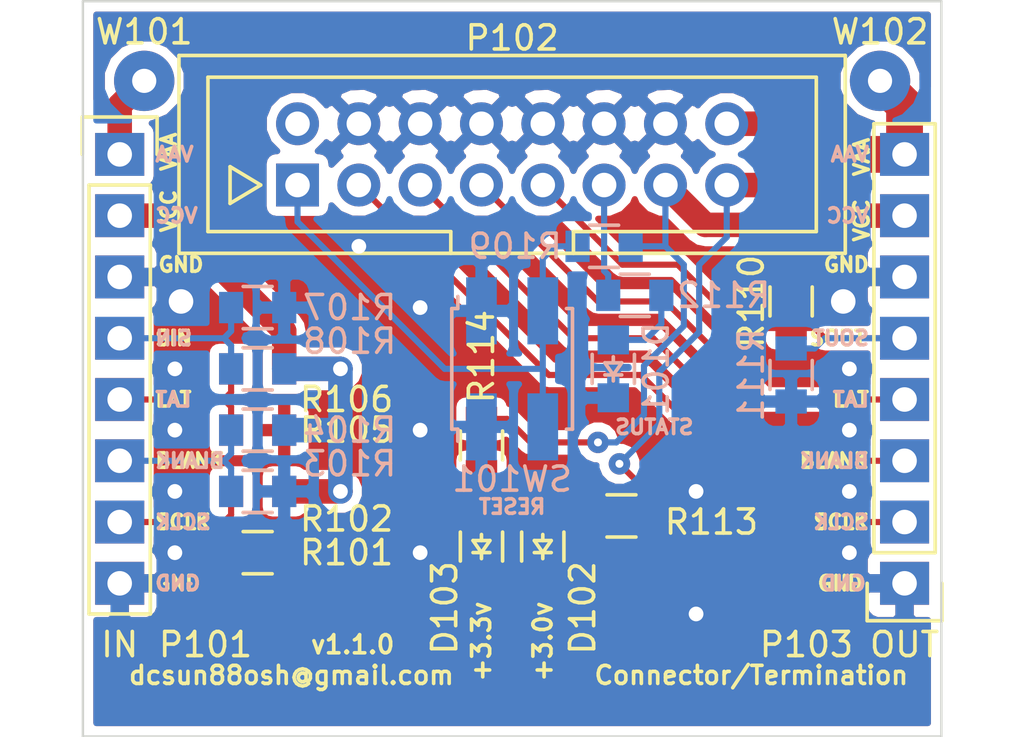
<source format=kicad_pcb>
(kicad_pcb (version 4) (host pcbnew "(2015-12-09 BZR 6195)-product")

  (general
    (links 69)
    (no_connects 0)
    (area 121.814333 83.769999 167.745667 114.350001)
    (thickness 1.6)
    (drawings 47)
    (tracks 110)
    (zones 0)
    (modules 39)
    (nets 20)
  )

  (page A4)
  (layers
    (0 F.Cu signal)
    (31 B.Cu signal)
    (32 B.Adhes user)
    (33 F.Adhes user)
    (34 B.Paste user)
    (35 F.Paste user)
    (36 B.SilkS user)
    (37 F.SilkS user)
    (38 B.Mask user)
    (39 F.Mask user)
    (40 Dwgs.User user)
    (41 Cmts.User user hide)
    (42 Eco1.User user)
    (43 Eco2.User user)
    (44 Edge.Cuts user)
    (45 Margin user)
    (46 B.CrtYd user)
    (47 F.CrtYd user)
    (48 B.Fab user)
    (49 F.Fab user)
  )

  (setup
    (last_trace_width 0.254)
    (user_trace_width 0.254)
    (user_trace_width 0.381)
    (user_trace_width 0.508)
    (user_trace_width 0.635)
    (user_trace_width 0.762)
    (user_trace_width 0.889)
    (user_trace_width 1.016)
    (user_trace_width 1.143)
    (trace_clearance 0.254)
    (zone_clearance 0.381)
    (zone_45_only no)
    (trace_min 0.1524)
    (segment_width 0.15)
    (edge_width 0.1)
    (via_size 0.889)
    (via_drill 0.3302)
    (via_min_size 0.6858)
    (via_min_drill 0.3302)
    (user_via 0.6858 0.3302)
    (user_via 0.889 0.3302)
    (user_via 1.016 0.6096)
    (user_via 1.143 0.6096)
    (uvia_size 0.889)
    (uvia_drill 0.3302)
    (uvias_allowed no)
    (uvia_min_size 0)
    (uvia_min_drill 0)
    (pcb_text_width 0.3)
    (pcb_text_size 1.5 1.5)
    (mod_edge_width 0.15)
    (mod_text_size 1 1)
    (mod_text_width 0.15)
    (pad_size 2.49936 2.49936)
    (pad_drill 1.00076)
    (pad_to_mask_clearance 0)
    (aux_axis_origin 0 0)
    (visible_elements FFFEFF7F)
    (pcbplotparams
      (layerselection 0x010f0_80000001)
      (usegerberextensions false)
      (excludeedgelayer true)
      (linewidth 0.100000)
      (plotframeref false)
      (viasonmask true)
      (mode 1)
      (useauxorigin false)
      (hpglpennumber 1)
      (hpglpenspeed 20)
      (hpglpendiameter 15)
      (hpglpenoverlay 2)
      (psnegative false)
      (psa4output false)
      (plotreference true)
      (plotvalue false)
      (plotinvisibletext false)
      (padsonsilk false)
      (subtractmaskfromsilk true)
      (outputformat 1)
      (mirror false)
      (drillshape 0)
      (scaleselection 1)
      (outputdirectory gerber))
  )

  (net 0 "")
  (net 1 VCC)
  (net 2 GND)
  (net 3 /LAT)
  (net 4 /BLANK)
  (net 5 /SCLK)
  (net 6 /SOUT)
  (net 7 /SIN)
  (net 8 /~RESET~)
  (net 9 /VCC_IN)
  (net 10 /VAA_IN)
  (net 11 VAA)
  (net 12 "Net-(P102-Pad2)")
  (net 13 "Net-(D101-Pad2)")
  (net 14 "Net-(D102-Pad2)")
  (net 15 "Net-(D103-Pad2)")
  (net 16 /STATUS)
  (net 17 /LAT_TERM)
  (net 18 /BLANK_TERM)
  (net 19 /SCLK_TERM)

  (net_class Default "This is the default net class."
    (clearance 0.254)
    (trace_width 0.254)
    (via_dia 0.889)
    (via_drill 0.3302)
    (uvia_dia 0.889)
    (uvia_drill 0.3302)
    (add_net /BLANK)
    (add_net /BLANK_TERM)
    (add_net /LAT)
    (add_net /LAT_TERM)
    (add_net /SCLK)
    (add_net /SCLK_TERM)
    (add_net /SIN)
    (add_net /SOUT)
    (add_net /STATUS)
    (add_net /VAA_IN)
    (add_net /VCC_IN)
    (add_net /~RESET~)
    (add_net GND)
    (add_net "Net-(D101-Pad2)")
    (add_net "Net-(D102-Pad2)")
    (add_net "Net-(D103-Pad2)")
    (add_net "Net-(P102-Pad2)")
    (add_net VAA)
    (add_net VCC)
  )

  (net_class minimum ""
    (clearance 0.1524)
    (trace_width 0.1524)
    (via_dia 0.6858)
    (via_drill 0.3302)
    (uvia_dia 0.6858)
    (uvia_drill 0.3302)
  )

  (module local:Stitching_Via_40x24mil (layer F.Cu) (tedit 57550028) (tstamp 58901245)
    (at 138.43 93.98)
    (fp_text reference REF** (at 0 1.778) (layer F.SilkS) hide
      (effects (font (size 1 1) (thickness 0.15)))
    )
    (fp_text value Stitching_Via_40x24mil (at 0 -1.524) (layer F.Fab) hide
      (effects (font (size 1 1) (thickness 0.15)))
    )
    (pad ~ thru_hole circle (at 0 0) (size 1.016 1.016) (drill 0.6096) (layers *.Cu *.Mask)
      (net 2 GND) (zone_connect 2))
  )

  (module local:Stitching_Via_40x24mil (layer F.Cu) (tedit 57550028) (tstamp 5890123D)
    (at 140.97 96.52)
    (fp_text reference REF** (at 0 1.778) (layer F.SilkS) hide
      (effects (font (size 1 1) (thickness 0.15)))
    )
    (fp_text value Stitching_Via_40x24mil (at 0 -1.524) (layer F.Fab) hide
      (effects (font (size 1 1) (thickness 0.15)))
    )
    (pad ~ thru_hole circle (at 0 0) (size 1.016 1.016) (drill 0.6096) (layers *.Cu *.Mask)
      (net 2 GND) (zone_connect 2))
  )

  (module local:Stitching_Via_40x24mil (layer F.Cu) (tedit 5755006B) (tstamp 5890122D)
    (at 158.75 106.68)
    (fp_text reference REF** (at 0 1.778) (layer F.SilkS) hide
      (effects (font (size 1 1) (thickness 0.15)))
    )
    (fp_text value Stitching_Via_40x24mil (at 0 -1.524) (layer F.Fab) hide
      (effects (font (size 1 1) (thickness 0.15)))
    )
    (pad ~ thru_hole circle (at 0 0) (size 1.016 1.016) (drill 0.6096) (layers *.Cu *.Mask)
      (net 2 GND) (zone_connect 2))
  )

  (module local:Stitching_Via_40x24mil (layer F.Cu) (tedit 5755003D) (tstamp 58901227)
    (at 130.81 106.68)
    (fp_text reference REF** (at 0 1.778) (layer F.SilkS) hide
      (effects (font (size 1 1) (thickness 0.15)))
    )
    (fp_text value Stitching_Via_40x24mil (at 0 -1.524) (layer F.Fab) hide
      (effects (font (size 1 1) (thickness 0.15)))
    )
    (pad ~ thru_hole circle (at 0 0) (size 1.016 1.016) (drill 0.6096) (layers *.Cu *.Mask)
      (net 2 GND) (zone_connect 2))
  )

  (module local:Stitching_Via_40x24mil (layer F.Cu) (tedit 5764A5C5) (tstamp 57649108)
    (at 158.496 96.266)
    (fp_text reference REF** (at 0 1.778) (layer F.SilkS) hide
      (effects (font (size 1 1) (thickness 0.15)))
    )
    (fp_text value Stitching_Via_40x24mil (at 0 -1.524) (layer F.Fab) hide
      (effects (font (size 1 1) (thickness 0.15)))
    )
    (pad ~ thru_hole circle (at 0 0) (size 2.032 2.032) (drill 1.016) (layers *.Cu *.Mask)
      (net 2 GND) (zone_connect 2))
  )

  (module local:Stitching_Via_40x24mil (layer F.Cu) (tedit 5764A5B5) (tstamp 57649081)
    (at 131.064 96.266)
    (fp_text reference REF** (at 0 1.778) (layer F.SilkS) hide
      (effects (font (size 1 1) (thickness 0.15)))
    )
    (fp_text value Stitching_Via_40x24mil (at 0 -1.524) (layer F.Fab) hide
      (effects (font (size 1 1) (thickness 0.15)))
    )
    (pad ~ thru_hole circle (at 0 0) (size 2.032 2.032) (drill 1.016) (layers *.Cu *.Mask)
      (net 2 GND) (zone_connect 2))
  )

  (module local:Stitching_Via_40x24mil (layer F.Cu) (tedit 57550028) (tstamp 575637BC)
    (at 152.4 109.22)
    (fp_text reference REF** (at 0 1.778) (layer F.SilkS) hide
      (effects (font (size 1 1) (thickness 0.15)))
    )
    (fp_text value Stitching_Via_40x24mil (at 0 -1.524) (layer F.Fab) hide
      (effects (font (size 1 1) (thickness 0.15)))
    )
    (pad ~ thru_hole circle (at 0 0) (size 1.016 1.016) (drill 0.6096) (layers *.Cu *.Mask)
      (net 2 GND) (zone_connect 2))
  )

  (module local:Stitching_Via_40x24mil (layer F.Cu) (tedit 57550028) (tstamp 575637B8)
    (at 152.4 104.14)
    (fp_text reference REF** (at 0 1.778) (layer F.SilkS) hide
      (effects (font (size 1 1) (thickness 0.15)))
    )
    (fp_text value Stitching_Via_40x24mil (at 0 -1.524) (layer F.Fab) hide
      (effects (font (size 1 1) (thickness 0.15)))
    )
    (pad ~ thru_hole circle (at 0 0) (size 1.016 1.016) (drill 0.6096) (layers *.Cu *.Mask)
      (net 2 GND) (zone_connect 2))
  )

  (module local:Stitching_Via_40x24mil (layer F.Cu) (tedit 57550028) (tstamp 575637B4)
    (at 140.97 106.68)
    (fp_text reference REF** (at 0 1.778) (layer F.SilkS) hide
      (effects (font (size 1 1) (thickness 0.15)))
    )
    (fp_text value Stitching_Via_40x24mil (at 0 -1.524) (layer F.Fab) hide
      (effects (font (size 1 1) (thickness 0.15)))
    )
    (pad ~ thru_hole circle (at 0 0) (size 1.016 1.016) (drill 0.6096) (layers *.Cu *.Mask)
      (net 2 GND) (zone_connect 2))
  )

  (module local:Stitching_Via_40x24mil (layer F.Cu) (tedit 57550028) (tstamp 575637AA)
    (at 140.97 101.6)
    (fp_text reference REF** (at 0 1.778) (layer F.SilkS) hide
      (effects (font (size 1 1) (thickness 0.15)))
    )
    (fp_text value Stitching_Via_40x24mil (at 0 -1.524) (layer F.Fab) hide
      (effects (font (size 1 1) (thickness 0.15)))
    )
    (pad ~ thru_hole circle (at 0 0) (size 1.016 1.016) (drill 0.6096) (layers *.Cu *.Mask)
      (net 2 GND) (zone_connect 2))
  )

  (module local:Stitching_Via_40x24mil (layer F.Cu) (tedit 5755003D) (tstamp 57563719)
    (at 130.81 104.14)
    (fp_text reference REF** (at 0 1.778) (layer F.SilkS) hide
      (effects (font (size 1 1) (thickness 0.15)))
    )
    (fp_text value Stitching_Via_40x24mil (at 0 -1.524) (layer F.Fab) hide
      (effects (font (size 1 1) (thickness 0.15)))
    )
    (pad ~ thru_hole circle (at 0 0) (size 1.016 1.016) (drill 0.6096) (layers *.Cu *.Mask)
      (net 2 GND) (zone_connect 2))
  )

  (module local:Stitching_Via_40x24mil (layer F.Cu) (tedit 57550028) (tstamp 57563715)
    (at 130.81 101.6)
    (fp_text reference REF** (at 0 1.778) (layer F.SilkS) hide
      (effects (font (size 1 1) (thickness 0.15)))
    )
    (fp_text value Stitching_Via_40x24mil (at 0 -1.524) (layer F.Fab) hide
      (effects (font (size 1 1) (thickness 0.15)))
    )
    (pad ~ thru_hole circle (at 0 0) (size 1.016 1.016) (drill 0.6096) (layers *.Cu *.Mask)
      (net 2 GND) (zone_connect 2))
  )

  (module local:Stitching_Via_40x24mil (layer F.Cu) (tedit 5755000A) (tstamp 57563711)
    (at 130.81 99.06)
    (fp_text reference REF** (at 0 1.778) (layer F.SilkS) hide
      (effects (font (size 1 1) (thickness 0.15)))
    )
    (fp_text value Stitching_Via_40x24mil (at 0 -1.524) (layer F.Fab) hide
      (effects (font (size 1 1) (thickness 0.15)))
    )
    (pad ~ thru_hole circle (at 0 0) (size 1.016 1.016) (drill 0.6096) (layers *.Cu *.Mask)
      (net 2 GND) (zone_connect 2))
  )

  (module local:Stitching_Via_40x24mil (layer F.Cu) (tedit 5755006B) (tstamp 57563708)
    (at 158.75 104.14)
    (fp_text reference REF** (at 0 1.778) (layer F.SilkS) hide
      (effects (font (size 1 1) (thickness 0.15)))
    )
    (fp_text value Stitching_Via_40x24mil (at 0 -1.524) (layer F.Fab) hide
      (effects (font (size 1 1) (thickness 0.15)))
    )
    (pad ~ thru_hole circle (at 0 0) (size 1.016 1.016) (drill 0.6096) (layers *.Cu *.Mask)
      (net 2 GND) (zone_connect 2))
  )

  (module local:Stitching_Via_40x24mil (layer F.Cu) (tedit 57550061) (tstamp 57563704)
    (at 158.75 101.6)
    (fp_text reference REF** (at 0 1.778) (layer F.SilkS) hide
      (effects (font (size 1 1) (thickness 0.15)))
    )
    (fp_text value Stitching_Via_40x24mil (at 0 -1.524) (layer F.Fab) hide
      (effects (font (size 1 1) (thickness 0.15)))
    )
    (pad ~ thru_hole circle (at 0 0) (size 1.016 1.016) (drill 0.6096) (layers *.Cu *.Mask)
      (net 2 GND) (zone_connect 2))
  )

  (module local:Pin_Header_1x08_square (layer F.Cu) (tedit 576494EE) (tstamp 57561C47)
    (at 128.524 90.17)
    (descr "Through hole pin header")
    (tags "pin header")
    (path /5597595F)
    (fp_text reference P101 (at 3.556 20.32) (layer F.SilkS)
      (effects (font (size 1 1) (thickness 0.15)))
    )
    (fp_text value CONN_01X08 (at 0 -3.1) (layer F.Fab)
      (effects (font (size 1 1) (thickness 0.15)))
    )
    (fp_line (start -1.75 -1.75) (end -1.75 19.55) (layer F.CrtYd) (width 0.05))
    (fp_line (start 1.75 -1.75) (end 1.75 19.55) (layer F.CrtYd) (width 0.05))
    (fp_line (start -1.75 -1.75) (end 1.75 -1.75) (layer F.CrtYd) (width 0.05))
    (fp_line (start -1.75 19.55) (end 1.75 19.55) (layer F.CrtYd) (width 0.05))
    (fp_line (start 1.27 1.27) (end 1.27 19.05) (layer F.SilkS) (width 0.15))
    (fp_line (start 1.27 19.05) (end -1.27 19.05) (layer F.SilkS) (width 0.15))
    (fp_line (start -1.27 19.05) (end -1.27 1.27) (layer F.SilkS) (width 0.15))
    (fp_line (start 1.55 -1.55) (end 1.55 0) (layer F.SilkS) (width 0.15))
    (fp_line (start 1.27 1.27) (end -1.27 1.27) (layer F.SilkS) (width 0.15))
    (fp_line (start -1.55 0) (end -1.55 -1.55) (layer F.SilkS) (width 0.15))
    (fp_line (start -1.55 -1.55) (end 1.55 -1.55) (layer F.SilkS) (width 0.15))
    (pad 1 thru_hole rect (at 0 0) (size 2.032 1.778) (drill 1.016) (layers *.Cu *.Mask)
      (net 11 VAA))
    (pad 2 thru_hole rect (at 0 2.54) (size 2.032 1.778) (drill 1.016) (layers *.Cu *.Mask)
      (net 1 VCC))
    (pad 3 thru_hole rect (at 0 5.08) (size 2.032 1.778) (drill 1.016) (layers *.Cu *.Mask)
      (net 2 GND) (thermal_width 0.762))
    (pad 4 thru_hole rect (at 0 7.62) (size 2.032 1.778) (drill 1.016) (layers *.Cu *.Mask)
      (net 7 /SIN))
    (pad 5 thru_hole rect (at 0 10.16) (size 2.032 1.778) (drill 1.016) (layers *.Cu *.Mask)
      (net 17 /LAT_TERM))
    (pad 6 thru_hole rect (at 0 12.7) (size 2.032 1.778) (drill 1.016) (layers *.Cu *.Mask)
      (net 18 /BLANK_TERM))
    (pad 7 thru_hole rect (at 0 15.24) (size 2.032 1.778) (drill 1.016) (layers *.Cu *.Mask)
      (net 19 /SCLK_TERM))
    (pad 8 thru_hole rect (at 0 17.78) (size 2.032 1.778) (drill 1.016) (layers *.Cu *.Mask)
      (net 2 GND) (thermal_width 0.762))
  )

  (module local:Pin_Header_1x08_square (layer F.Cu) (tedit 575506D3) (tstamp 57561C52)
    (at 161.036 107.95 180)
    (descr "Through hole pin header")
    (tags "pin header")
    (path /559759A0)
    (fp_text reference P103 (at 4.064 -2.54 180) (layer F.SilkS)
      (effects (font (size 1 1) (thickness 0.15)))
    )
    (fp_text value CONN_01X08 (at 0 -3.1 180) (layer F.Fab)
      (effects (font (size 1 1) (thickness 0.15)))
    )
    (fp_line (start -1.75 -1.75) (end -1.75 19.55) (layer F.CrtYd) (width 0.05))
    (fp_line (start 1.75 -1.75) (end 1.75 19.55) (layer F.CrtYd) (width 0.05))
    (fp_line (start -1.75 -1.75) (end 1.75 -1.75) (layer F.CrtYd) (width 0.05))
    (fp_line (start -1.75 19.55) (end 1.75 19.55) (layer F.CrtYd) (width 0.05))
    (fp_line (start 1.27 1.27) (end 1.27 19.05) (layer F.SilkS) (width 0.15))
    (fp_line (start 1.27 19.05) (end -1.27 19.05) (layer F.SilkS) (width 0.15))
    (fp_line (start -1.27 19.05) (end -1.27 1.27) (layer F.SilkS) (width 0.15))
    (fp_line (start 1.55 -1.55) (end 1.55 0) (layer F.SilkS) (width 0.15))
    (fp_line (start 1.27 1.27) (end -1.27 1.27) (layer F.SilkS) (width 0.15))
    (fp_line (start -1.55 0) (end -1.55 -1.55) (layer F.SilkS) (width 0.15))
    (fp_line (start -1.55 -1.55) (end 1.55 -1.55) (layer F.SilkS) (width 0.15))
    (pad 1 thru_hole rect (at 0 0 180) (size 2.032 1.778) (drill 1.016) (layers *.Cu *.Mask)
      (net 2 GND) (thermal_width 0.762))
    (pad 2 thru_hole rect (at 0 2.54 180) (size 2.032 1.778) (drill 1.016) (layers *.Cu *.Mask)
      (net 5 /SCLK))
    (pad 3 thru_hole rect (at 0 5.08 180) (size 2.032 1.778) (drill 1.016) (layers *.Cu *.Mask)
      (net 4 /BLANK))
    (pad 4 thru_hole rect (at 0 7.62 180) (size 2.032 1.778) (drill 1.016) (layers *.Cu *.Mask)
      (net 3 /LAT))
    (pad 5 thru_hole rect (at 0 10.16 180) (size 2.032 1.778) (drill 1.016) (layers *.Cu *.Mask)
      (net 6 /SOUT))
    (pad 6 thru_hole rect (at 0 12.7 180) (size 2.032 1.778) (drill 1.016) (layers *.Cu *.Mask)
      (net 2 GND) (thermal_width 0.762))
    (pad 7 thru_hole rect (at 0 15.24 180) (size 2.032 1.778) (drill 1.016) (layers *.Cu *.Mask)
      (net 9 /VCC_IN))
    (pad 8 thru_hole rect (at 0 17.78 180) (size 2.032 1.778) (drill 1.016) (layers *.Cu *.Mask)
      (net 10 /VAA_IN))
  )

  (module local:Stitching_Via_40x24mil (layer F.Cu) (tedit 57550049) (tstamp 575636FC)
    (at 158.75 99.06)
    (fp_text reference REF** (at 0 1.778) (layer F.SilkS) hide
      (effects (font (size 1 1) (thickness 0.15)))
    )
    (fp_text value Stitching_Via_40x24mil (at 0 -1.524) (layer F.Fab) hide
      (effects (font (size 1 1) (thickness 0.15)))
    )
    (pad ~ thru_hole circle (at 0 0) (size 1.016 1.016) (drill 0.6096) (layers *.Cu *.Mask)
      (net 2 GND) (zone_connect 2))
  )

  (module Wire_Pads:SolderWirePad_single_1mmDrill (layer F.Cu) (tedit 5765E4E7) (tstamp 5764E45C)
    (at 129.54 87.122)
    (path /57649C24)
    (fp_text reference W101 (at 0 -2.032) (layer F.SilkS)
      (effects (font (size 1 1) (thickness 0.15)))
    )
    (fp_text value TEST_1P (at -1.905 3.175) (layer F.Fab)
      (effects (font (size 1 1) (thickness 0.15)))
    )
    (pad 1 thru_hole circle (at 0 0) (size 2.49936 2.49936) (drill 1.00076) (layers *.Cu *.Mask)
      (net 11 VAA))
  )

  (module Wire_Pads:SolderWirePad_single_1mmDrill (layer F.Cu) (tedit 5764A4C8) (tstamp 5764E461)
    (at 160.02 87.122)
    (path /57649E09)
    (fp_text reference W102 (at 0 -2.032) (layer F.SilkS)
      (effects (font (size 1 1) (thickness 0.15)))
    )
    (fp_text value TEST_1P (at -1.905 3.175) (layer F.Fab)
      (effects (font (size 1 1) (thickness 0.15)))
    )
    (pad 1 thru_hole circle (at 0 0) (size 2.49936 2.49936) (drill 1.00076) (layers *.Cu *.Mask)
      (net 10 /VAA_IN))
  )

  (module local:7914J_HandSoldering (layer B.Cu) (tedit 5754AC50) (tstamp 5755377C)
    (at 144.78 99.06)
    (path /57546173)
    (fp_text reference SW101 (at 0 4.572) (layer B.SilkS)
      (effects (font (size 1 1) (thickness 0.15)) (justify mirror))
    )
    (fp_text value SW_PUSH (at 0 5) (layer B.Fab)
      (effects (font (size 1 1) (thickness 0.15)) (justify mirror))
    )
    (fp_line (start 2.5 -2.5) (end 2.25 -2.5) (layer B.SilkS) (width 0.15))
    (fp_line (start 2.5 2.5) (end 2.25 2.5) (layer B.SilkS) (width 0.15))
    (fp_line (start -2.25 2.5) (end -2.25 3) (layer B.SilkS) (width 0.15))
    (fp_line (start -2.5 2.5) (end -2.25 2.5) (layer B.SilkS) (width 0.15))
    (fp_line (start -2.25 -2.5) (end -2.25 -3) (layer B.SilkS) (width 0.15))
    (fp_line (start -2.5 -2.5) (end -2.25 -2.5) (layer B.SilkS) (width 0.15))
    (fp_line (start 3 3.5) (end -3 3.5) (layer B.CrtYd) (width 0.05))
    (fp_line (start 3 -3.5) (end 3 3.5) (layer B.CrtYd) (width 0.05))
    (fp_line (start -3 -3.5) (end 3 -3.5) (layer B.CrtYd) (width 0.05))
    (fp_line (start -3 3.5) (end -3 -3.5) (layer B.CrtYd) (width 0.05))
    (fp_line (start 2.5 2.5) (end 2.5 -2.5) (layer B.SilkS) (width 0.15))
    (fp_line (start -2.5 2.5) (end -2.5 -2.5) (layer B.SilkS) (width 0.15))
    (pad 1 smd rect (at -1.27 2.405) (size 1.27 2.78) (layers B.Cu B.Paste B.Mask)
      (net 2 GND))
    (pad 2 smd rect (at 1.27 2.405) (size 1.27 2.78) (layers B.Cu B.Paste B.Mask)
      (net 8 /~RESET~))
    (pad 1 smd rect (at -1.27 -2.405) (size 1.27 2.78) (layers B.Cu B.Paste B.Mask)
      (net 2 GND))
    (pad 2 smd rect (at 1.27 -2.405) (size 1.27 2.78) (layers B.Cu B.Paste B.Mask)
      (net 8 /~RESET~))
    (model /home/guest/cae/kicad/mod/local.pretty/packages3d/7914J-1-050.wrl
      (at (xyz 0 0 0))
      (scale (xyz 0.393701 0.393701 0.393701))
      (rotate (xyz 0 0 0))
    )
  )

  (module local:XG4C-1631 (layer F.Cu) (tedit 5754B28C) (tstamp 57553715)
    (at 144.78 90.17)
    (descr "Connector 16 contacts")
    (tags "CONN XG4C")
    (path /57543F5D)
    (fp_text reference P102 (at 0 -4.826) (layer F.SilkS)
      (effects (font (size 1 1) (thickness 0.15)))
    )
    (fp_text value XG4C-1631 (at 0 5.5) (layer F.Fab)
      (effects (font (size 1 1) (thickness 0.15)))
    )
    (fp_line (start 14.3 -4.6) (end -14.3 -4.6) (layer F.CrtYd) (width 0.05))
    (fp_line (start 14.3 4.6) (end 14.3 -4.6) (layer F.CrtYd) (width 0.05))
    (fp_line (start -14.3 4.6) (end 14.3 4.6) (layer F.CrtYd) (width 0.05))
    (fp_line (start -14.3 -4.6) (end -14.3 4.6) (layer F.CrtYd) (width 0.05))
    (fp_line (start -2.54 4.1) (end -2.54 3.2) (layer F.SilkS) (width 0.15))
    (fp_line (start -2.54 3.2) (end -12.6 3.2) (layer F.SilkS) (width 0.15))
    (fp_line (start -12.6 3.2) (end -12.6 -3.2) (layer F.SilkS) (width 0.15))
    (fp_line (start -12.6 -3.2) (end 12.6 -3.2) (layer F.SilkS) (width 0.15))
    (fp_line (start 12.6 -3.2) (end 12.6 3.2) (layer F.SilkS) (width 0.15))
    (fp_line (start 12.6 3.2) (end 2.54 3.2) (layer F.SilkS) (width 0.15))
    (fp_line (start 2.54 3.2) (end 2.54 4.1) (layer F.SilkS) (width 0.15))
    (fp_line (start -13.8 4.1) (end -13.8 -4.1) (layer F.SilkS) (width 0.15))
    (fp_line (start -13.8 -4.1) (end 13.8 -4.1) (layer F.SilkS) (width 0.15))
    (fp_line (start 13.8 -4.1) (end 13.8 4.1) (layer F.SilkS) (width 0.15))
    (fp_line (start 13.8 4.1) (end -13.8 4.1) (layer F.SilkS) (width 0.15))
    (fp_line (start -10.414 1.27) (end -11.684 0.508) (layer F.SilkS) (width 0.15))
    (fp_line (start -11.684 0.508) (end -11.684 2.032) (layer F.SilkS) (width 0.15))
    (fp_line (start -11.684 2.032) (end -10.414 1.27) (layer F.SilkS) (width 0.15))
    (pad 1 thru_hole rect (at -8.89 1.27) (size 1.778 1.778) (drill 1.016) (layers *.Cu *.Mask)
      (net 8 /~RESET~))
    (pad 2 thru_hole circle (at -8.89 -1.27) (size 1.778 1.778) (drill 1.016) (layers *.Cu *.Mask)
      (net 12 "Net-(P102-Pad2)"))
    (pad 3 thru_hole circle (at -6.35 1.27) (size 1.778 1.778) (drill 1.016) (layers *.Cu *.Mask)
      (net 5 /SCLK))
    (pad 4 thru_hole circle (at -6.35 -1.27) (size 1.778 1.778) (drill 1.016) (layers *.Cu *.Mask)
      (net 2 GND))
    (pad 5 thru_hole circle (at -3.81 1.27) (size 1.778 1.778) (drill 1.016) (layers *.Cu *.Mask)
      (net 4 /BLANK))
    (pad 6 thru_hole circle (at -3.81 -1.27) (size 1.778 1.778) (drill 1.016) (layers *.Cu *.Mask)
      (net 2 GND))
    (pad 7 thru_hole circle (at -1.27 1.27) (size 1.778 1.778) (drill 1.016) (layers *.Cu *.Mask)
      (net 3 /LAT))
    (pad 8 thru_hole circle (at -1.27 -1.27) (size 1.778 1.778) (drill 1.016) (layers *.Cu *.Mask)
      (net 2 GND))
    (pad 9 thru_hole circle (at 1.27 1.27) (size 1.778 1.778) (drill 1.016) (layers *.Cu *.Mask)
      (net 6 /SOUT))
    (pad 10 thru_hole circle (at 1.27 -1.27) (size 1.778 1.778) (drill 1.016) (layers *.Cu *.Mask)
      (net 2 GND))
    (pad 11 thru_hole circle (at 3.81 1.27) (size 1.778 1.778) (drill 1.016) (layers *.Cu *.Mask)
      (net 16 /STATUS))
    (pad 12 thru_hole circle (at 3.81 -1.27) (size 1.778 1.778) (drill 1.016) (layers *.Cu *.Mask)
      (net 2 GND))
    (pad 13 thru_hole circle (at 6.35 1.27) (size 1.778 1.778) (drill 1.016) (layers *.Cu *.Mask)
      (net 9 /VCC_IN))
    (pad 14 thru_hole circle (at 6.35 -1.27) (size 1.778 1.778) (drill 1.016) (layers *.Cu *.Mask)
      (net 2 GND))
    (pad 15 thru_hole circle (at 8.89 1.27) (size 1.778 1.778) (drill 1.016) (layers *.Cu *.Mask)
      (net 10 /VAA_IN))
    (pad 16 thru_hole circle (at 8.89 -1.27) (size 1.778 1.778) (drill 1.016) (layers *.Cu *.Mask)
      (net 10 /VAA_IN))
    (model /home/guest/cae/kicad/mod/local.pretty/packages3d/xg4c-1631.wrl
      (at (xyz 0 0 0))
      (scale (xyz 0.393700787402 0.393700787402 0.393700787402))
      (rotate (xyz 0 0 0))
    )
  )

  (module local:R_0805_HandSoldering (layer F.Cu) (tedit 57CA30E4) (tstamp 58900B60)
    (at 134.239 106.68)
    (descr "Resistor SMD 0805, hand soldering")
    (tags "resistor 0805")
    (path /562F0AB4)
    (attr smd)
    (fp_text reference R101 (at 3.683 0) (layer F.SilkS)
      (effects (font (size 1 1) (thickness 0.15)))
    )
    (fp_text value 210R (at 0 2.1) (layer F.Fab)
      (effects (font (size 1 1) (thickness 0.15)))
    )
    (fp_line (start -1.9 -1) (end 1.9 -1) (layer F.CrtYd) (width 0.05))
    (fp_line (start -1.9 1) (end 1.9 1) (layer F.CrtYd) (width 0.05))
    (fp_line (start -1.9 -1) (end -1.9 1) (layer F.CrtYd) (width 0.05))
    (fp_line (start 1.9 -1) (end 1.9 1) (layer F.CrtYd) (width 0.05))
    (fp_line (start 0.6 0.875) (end -0.6 0.875) (layer F.SilkS) (width 0.15))
    (fp_line (start -0.6 -0.875) (end 0.6 -0.875) (layer F.SilkS) (width 0.15))
    (pad 2 smd rect (at 1.1 0) (size 1 1.3) (layers F.Cu F.Paste F.Mask)
      (net 2 GND))
    (pad 1 smd rect (at -1.1 0) (size 1 1.3) (layers F.Cu F.Paste F.Mask)
      (net 19 /SCLK_TERM))
    (model Resistors_SMD.3dshapes/R_0805_HandSoldering.wrl
      (at (xyz 0 0 0))
      (scale (xyz 1 1 1))
      (rotate (xyz 0 0 0))
    )
  )

  (module local:R_0805_HandSoldering (layer F.Cu) (tedit 57CA30E4) (tstamp 58900B6B)
    (at 134.239 104.14 180)
    (descr "Resistor SMD 0805, hand soldering")
    (tags "resistor 0805")
    (path /562F083B)
    (attr smd)
    (fp_text reference R102 (at -3.683 -1.143 180) (layer F.SilkS)
      (effects (font (size 1 1) (thickness 0.15)))
    )
    (fp_text value 210R (at 0 2.1 180) (layer F.Fab)
      (effects (font (size 1 1) (thickness 0.15)))
    )
    (fp_line (start -1.9 -1) (end 1.9 -1) (layer F.CrtYd) (width 0.05))
    (fp_line (start -1.9 1) (end 1.9 1) (layer F.CrtYd) (width 0.05))
    (fp_line (start -1.9 -1) (end -1.9 1) (layer F.CrtYd) (width 0.05))
    (fp_line (start 1.9 -1) (end 1.9 1) (layer F.CrtYd) (width 0.05))
    (fp_line (start 0.6 0.875) (end -0.6 0.875) (layer F.SilkS) (width 0.15))
    (fp_line (start -0.6 -0.875) (end 0.6 -0.875) (layer F.SilkS) (width 0.15))
    (pad 2 smd rect (at 1.1 0 180) (size 1 1.3) (layers F.Cu F.Paste F.Mask)
      (net 19 /SCLK_TERM))
    (pad 1 smd rect (at -1.1 0 180) (size 1 1.3) (layers F.Cu F.Paste F.Mask)
      (net 1 VCC))
    (model Resistors_SMD.3dshapes/R_0805_HandSoldering.wrl
      (at (xyz 0 0 0))
      (scale (xyz 1 1 1))
      (rotate (xyz 0 0 0))
    )
  )

  (module local:R_0805_HandSoldering (layer B.Cu) (tedit 57CA30E4) (tstamp 58900B76)
    (at 134.239 104.14)
    (descr "Resistor SMD 0805, hand soldering")
    (tags "resistor 0805")
    (path /575455D3)
    (attr smd)
    (fp_text reference R103 (at 3.81 -1.143) (layer B.SilkS)
      (effects (font (size 1 1) (thickness 0.15)) (justify mirror))
    )
    (fp_text value 210R (at 0 -2.1) (layer B.Fab)
      (effects (font (size 1 1) (thickness 0.15)) (justify mirror))
    )
    (fp_line (start -1.9 1) (end 1.9 1) (layer B.CrtYd) (width 0.05))
    (fp_line (start -1.9 -1) (end 1.9 -1) (layer B.CrtYd) (width 0.05))
    (fp_line (start -1.9 1) (end -1.9 -1) (layer B.CrtYd) (width 0.05))
    (fp_line (start 1.9 1) (end 1.9 -1) (layer B.CrtYd) (width 0.05))
    (fp_line (start 0.6 -0.875) (end -0.6 -0.875) (layer B.SilkS) (width 0.15))
    (fp_line (start -0.6 0.875) (end 0.6 0.875) (layer B.SilkS) (width 0.15))
    (pad 2 smd rect (at 1.1 0) (size 1 1.3) (layers B.Cu B.Paste B.Mask)
      (net 2 GND))
    (pad 1 smd rect (at -1.1 0) (size 1 1.3) (layers B.Cu B.Paste B.Mask)
      (net 18 /BLANK_TERM))
    (model Resistors_SMD.3dshapes/R_0805_HandSoldering.wrl
      (at (xyz 0 0 0))
      (scale (xyz 1 1 1))
      (rotate (xyz 0 0 0))
    )
  )

  (module local:R_0805_HandSoldering (layer B.Cu) (tedit 57CA30E4) (tstamp 58900B81)
    (at 134.239 101.6 180)
    (descr "Resistor SMD 0805, hand soldering")
    (tags "resistor 0805")
    (path /575458E6)
    (attr smd)
    (fp_text reference R104 (at -3.81 0 180) (layer B.SilkS)
      (effects (font (size 1 1) (thickness 0.15)) (justify mirror))
    )
    (fp_text value 210R (at 0 -2.1 180) (layer B.Fab)
      (effects (font (size 1 1) (thickness 0.15)) (justify mirror))
    )
    (fp_line (start -1.9 1) (end 1.9 1) (layer B.CrtYd) (width 0.05))
    (fp_line (start -1.9 -1) (end 1.9 -1) (layer B.CrtYd) (width 0.05))
    (fp_line (start -1.9 1) (end -1.9 -1) (layer B.CrtYd) (width 0.05))
    (fp_line (start 1.9 1) (end 1.9 -1) (layer B.CrtYd) (width 0.05))
    (fp_line (start 0.6 -0.875) (end -0.6 -0.875) (layer B.SilkS) (width 0.15))
    (fp_line (start -0.6 0.875) (end 0.6 0.875) (layer B.SilkS) (width 0.15))
    (pad 2 smd rect (at 1.1 0 180) (size 1 1.3) (layers B.Cu B.Paste B.Mask)
      (net 18 /BLANK_TERM))
    (pad 1 smd rect (at -1.1 0 180) (size 1 1.3) (layers B.Cu B.Paste B.Mask)
      (net 1 VCC))
    (model Resistors_SMD.3dshapes/R_0805_HandSoldering.wrl
      (at (xyz 0 0 0))
      (scale (xyz 1 1 1))
      (rotate (xyz 0 0 0))
    )
  )

  (module local:R_0805_HandSoldering (layer F.Cu) (tedit 57CA30E4) (tstamp 58900B8C)
    (at 134.239 101.6)
    (descr "Resistor SMD 0805, hand soldering")
    (tags "resistor 0805")
    (path /57545627)
    (attr smd)
    (fp_text reference R105 (at 3.683 0) (layer F.SilkS)
      (effects (font (size 1 1) (thickness 0.15)))
    )
    (fp_text value 210R (at 0 2.1) (layer F.Fab)
      (effects (font (size 1 1) (thickness 0.15)))
    )
    (fp_line (start -1.9 -1) (end 1.9 -1) (layer F.CrtYd) (width 0.05))
    (fp_line (start -1.9 1) (end 1.9 1) (layer F.CrtYd) (width 0.05))
    (fp_line (start -1.9 -1) (end -1.9 1) (layer F.CrtYd) (width 0.05))
    (fp_line (start 1.9 -1) (end 1.9 1) (layer F.CrtYd) (width 0.05))
    (fp_line (start 0.6 0.875) (end -0.6 0.875) (layer F.SilkS) (width 0.15))
    (fp_line (start -0.6 -0.875) (end 0.6 -0.875) (layer F.SilkS) (width 0.15))
    (pad 2 smd rect (at 1.1 0) (size 1 1.3) (layers F.Cu F.Paste F.Mask)
      (net 2 GND))
    (pad 1 smd rect (at -1.1 0) (size 1 1.3) (layers F.Cu F.Paste F.Mask)
      (net 17 /LAT_TERM))
    (model Resistors_SMD.3dshapes/R_0805_HandSoldering.wrl
      (at (xyz 0 0 0))
      (scale (xyz 1 1 1))
      (rotate (xyz 0 0 0))
    )
  )

  (module local:R_0805_HandSoldering (layer F.Cu) (tedit 57CA30E4) (tstamp 58900B97)
    (at 134.239 99.06 180)
    (descr "Resistor SMD 0805, hand soldering")
    (tags "resistor 0805")
    (path /5754593E)
    (attr smd)
    (fp_text reference R106 (at -3.683 -1.27 180) (layer F.SilkS)
      (effects (font (size 1 1) (thickness 0.15)))
    )
    (fp_text value 210R (at 0 2.1 180) (layer F.Fab)
      (effects (font (size 1 1) (thickness 0.15)))
    )
    (fp_line (start -1.9 -1) (end 1.9 -1) (layer F.CrtYd) (width 0.05))
    (fp_line (start -1.9 1) (end 1.9 1) (layer F.CrtYd) (width 0.05))
    (fp_line (start -1.9 -1) (end -1.9 1) (layer F.CrtYd) (width 0.05))
    (fp_line (start 1.9 -1) (end 1.9 1) (layer F.CrtYd) (width 0.05))
    (fp_line (start 0.6 0.875) (end -0.6 0.875) (layer F.SilkS) (width 0.15))
    (fp_line (start -0.6 -0.875) (end 0.6 -0.875) (layer F.SilkS) (width 0.15))
    (pad 2 smd rect (at 1.1 0 180) (size 1 1.3) (layers F.Cu F.Paste F.Mask)
      (net 17 /LAT_TERM))
    (pad 1 smd rect (at -1.1 0 180) (size 1 1.3) (layers F.Cu F.Paste F.Mask)
      (net 1 VCC))
    (model Resistors_SMD.3dshapes/R_0805_HandSoldering.wrl
      (at (xyz 0 0 0))
      (scale (xyz 1 1 1))
      (rotate (xyz 0 0 0))
    )
  )

  (module local:R_0805_HandSoldering (layer B.Cu) (tedit 57CA30E4) (tstamp 58900BA2)
    (at 134.239 96.52)
    (descr "Resistor SMD 0805, hand soldering")
    (tags "resistor 0805")
    (path /57545798)
    (attr smd)
    (fp_text reference R107 (at 3.81 0) (layer B.SilkS)
      (effects (font (size 1 1) (thickness 0.15)) (justify mirror))
    )
    (fp_text value 210R (at 0 -2.1) (layer B.Fab)
      (effects (font (size 1 1) (thickness 0.15)) (justify mirror))
    )
    (fp_line (start -1.9 1) (end 1.9 1) (layer B.CrtYd) (width 0.05))
    (fp_line (start -1.9 -1) (end 1.9 -1) (layer B.CrtYd) (width 0.05))
    (fp_line (start -1.9 1) (end -1.9 -1) (layer B.CrtYd) (width 0.05))
    (fp_line (start 1.9 1) (end 1.9 -1) (layer B.CrtYd) (width 0.05))
    (fp_line (start 0.6 -0.875) (end -0.6 -0.875) (layer B.SilkS) (width 0.15))
    (fp_line (start -0.6 0.875) (end 0.6 0.875) (layer B.SilkS) (width 0.15))
    (pad 2 smd rect (at 1.1 0) (size 1 1.3) (layers B.Cu B.Paste B.Mask)
      (net 2 GND))
    (pad 1 smd rect (at -1.1 0) (size 1 1.3) (layers B.Cu B.Paste B.Mask)
      (net 7 /SIN))
    (model Resistors_SMD.3dshapes/R_0805_HandSoldering.wrl
      (at (xyz 0 0 0))
      (scale (xyz 1 1 1))
      (rotate (xyz 0 0 0))
    )
  )

  (module local:R_0805_HandSoldering (layer B.Cu) (tedit 57CA30E4) (tstamp 58900BAD)
    (at 134.239 99.06 180)
    (descr "Resistor SMD 0805, hand soldering")
    (tags "resistor 0805")
    (path /575459B2)
    (attr smd)
    (fp_text reference R108 (at -3.81 1.143 180) (layer B.SilkS)
      (effects (font (size 1 1) (thickness 0.15)) (justify mirror))
    )
    (fp_text value 210R (at 0 -2.1 180) (layer B.Fab)
      (effects (font (size 1 1) (thickness 0.15)) (justify mirror))
    )
    (fp_line (start -1.9 1) (end 1.9 1) (layer B.CrtYd) (width 0.05))
    (fp_line (start -1.9 -1) (end 1.9 -1) (layer B.CrtYd) (width 0.05))
    (fp_line (start -1.9 1) (end -1.9 -1) (layer B.CrtYd) (width 0.05))
    (fp_line (start 1.9 1) (end 1.9 -1) (layer B.CrtYd) (width 0.05))
    (fp_line (start 0.6 -0.875) (end -0.6 -0.875) (layer B.SilkS) (width 0.15))
    (fp_line (start -0.6 0.875) (end 0.6 0.875) (layer B.SilkS) (width 0.15))
    (pad 2 smd rect (at 1.1 0 180) (size 1 1.3) (layers B.Cu B.Paste B.Mask)
      (net 7 /SIN))
    (pad 1 smd rect (at -1.1 0 180) (size 1 1.3) (layers B.Cu B.Paste B.Mask)
      (net 1 VCC))
    (model Resistors_SMD.3dshapes/R_0805_HandSoldering.wrl
      (at (xyz 0 0 0))
      (scale (xyz 1 1 1))
      (rotate (xyz 0 0 0))
    )
  )

  (module local:R_0805_HandSoldering (layer B.Cu) (tedit 57CA30E4) (tstamp 58900BB8)
    (at 148.59 93.98 180)
    (descr "Resistor SMD 0805, hand soldering")
    (tags "resistor 0805")
    (path /57546DC0)
    (attr smd)
    (fp_text reference R109 (at 3.683 0 180) (layer B.SilkS)
      (effects (font (size 1 1) (thickness 0.15)) (justify mirror))
    )
    (fp_text value 1K (at 0 -2.1 180) (layer B.Fab)
      (effects (font (size 1 1) (thickness 0.15)) (justify mirror))
    )
    (fp_line (start -1.9 1) (end 1.9 1) (layer B.CrtYd) (width 0.05))
    (fp_line (start -1.9 -1) (end 1.9 -1) (layer B.CrtYd) (width 0.05))
    (fp_line (start -1.9 1) (end -1.9 -1) (layer B.CrtYd) (width 0.05))
    (fp_line (start 1.9 1) (end 1.9 -1) (layer B.CrtYd) (width 0.05))
    (fp_line (start 0.6 -0.875) (end -0.6 -0.875) (layer B.SilkS) (width 0.15))
    (fp_line (start -0.6 0.875) (end 0.6 0.875) (layer B.SilkS) (width 0.15))
    (pad 2 smd rect (at 1.1 0 180) (size 1 1.3) (layers B.Cu B.Paste B.Mask)
      (net 8 /~RESET~))
    (pad 1 smd rect (at -1.1 0 180) (size 1 1.3) (layers B.Cu B.Paste B.Mask)
      (net 9 /VCC_IN))
    (model Resistors_SMD.3dshapes/R_0805_HandSoldering.wrl
      (at (xyz 0 0 0))
      (scale (xyz 1 1 1))
      (rotate (xyz 0 0 0))
    )
  )

  (module local:R_0805_HandSoldering (layer F.Cu) (tedit 57CA30E4) (tstamp 58900BC3)
    (at 156.337 96.266 270)
    (descr "Resistor SMD 0805, hand soldering")
    (tags "resistor 0805")
    (path /588F915D)
    (attr smd)
    (fp_text reference R110 (at 0 1.651 270) (layer F.SilkS)
      (effects (font (size 1 1) (thickness 0.15)))
    )
    (fp_text value 210R (at 0 2.1 270) (layer F.Fab)
      (effects (font (size 1 1) (thickness 0.15)))
    )
    (fp_line (start -1.9 -1) (end 1.9 -1) (layer F.CrtYd) (width 0.05))
    (fp_line (start -1.9 1) (end 1.9 1) (layer F.CrtYd) (width 0.05))
    (fp_line (start -1.9 -1) (end -1.9 1) (layer F.CrtYd) (width 0.05))
    (fp_line (start 1.9 -1) (end 1.9 1) (layer F.CrtYd) (width 0.05))
    (fp_line (start 0.6 0.875) (end -0.6 0.875) (layer F.SilkS) (width 0.15))
    (fp_line (start -0.6 -0.875) (end 0.6 -0.875) (layer F.SilkS) (width 0.15))
    (pad 2 smd rect (at 1.1 0 270) (size 1 1.3) (layers F.Cu F.Paste F.Mask)
      (net 6 /SOUT))
    (pad 1 smd rect (at -1.1 0 270) (size 1 1.3) (layers F.Cu F.Paste F.Mask)
      (net 9 /VCC_IN))
    (model Resistors_SMD.3dshapes/R_0805_HandSoldering.wrl
      (at (xyz 0 0 0))
      (scale (xyz 1 1 1))
      (rotate (xyz 0 0 0))
    )
  )

  (module local:R_0805_HandSoldering (layer B.Cu) (tedit 57CA30E4) (tstamp 58900BCE)
    (at 156.337 99.314 270)
    (descr "Resistor SMD 0805, hand soldering")
    (tags "resistor 0805")
    (path /588F91DB)
    (attr smd)
    (fp_text reference R111 (at 0 1.651 270) (layer B.SilkS)
      (effects (font (size 1 1) (thickness 0.15)) (justify mirror))
    )
    (fp_text value 210R (at 0 -2.1 270) (layer B.Fab)
      (effects (font (size 1 1) (thickness 0.15)) (justify mirror))
    )
    (fp_line (start -1.9 1) (end 1.9 1) (layer B.CrtYd) (width 0.05))
    (fp_line (start -1.9 -1) (end 1.9 -1) (layer B.CrtYd) (width 0.05))
    (fp_line (start -1.9 1) (end -1.9 -1) (layer B.CrtYd) (width 0.05))
    (fp_line (start 1.9 1) (end 1.9 -1) (layer B.CrtYd) (width 0.05))
    (fp_line (start 0.6 -0.875) (end -0.6 -0.875) (layer B.SilkS) (width 0.15))
    (fp_line (start -0.6 0.875) (end 0.6 0.875) (layer B.SilkS) (width 0.15))
    (pad 2 smd rect (at 1.1 0 270) (size 1 1.3) (layers B.Cu B.Paste B.Mask)
      (net 2 GND))
    (pad 1 smd rect (at -1.1 0 270) (size 1 1.3) (layers B.Cu B.Paste B.Mask)
      (net 6 /SOUT))
    (model Resistors_SMD.3dshapes/R_0805_HandSoldering.wrl
      (at (xyz 0 0 0))
      (scale (xyz 1 1 1))
      (rotate (xyz 0 0 0))
    )
  )

  (module local:R_0805_HandSoldering (layer B.Cu) (tedit 57CA30E4) (tstamp 58900BE4)
    (at 149.86 96.012)
    (descr "Resistor SMD 0805, hand soldering")
    (tags "resistor 0805")
    (path /588FF38E)
    (attr smd)
    (fp_text reference R112 (at 3.683 0) (layer B.SilkS)
      (effects (font (size 1 1) (thickness 0.15)) (justify mirror))
    )
    (fp_text value 536 (at 0 -2.1) (layer B.Fab)
      (effects (font (size 1 1) (thickness 0.15)) (justify mirror))
    )
    (fp_line (start -1.9 1) (end 1.9 1) (layer B.CrtYd) (width 0.05))
    (fp_line (start -1.9 -1) (end 1.9 -1) (layer B.CrtYd) (width 0.05))
    (fp_line (start -1.9 1) (end -1.9 -1) (layer B.CrtYd) (width 0.05))
    (fp_line (start 1.9 1) (end 1.9 -1) (layer B.CrtYd) (width 0.05))
    (fp_line (start 0.6 -0.875) (end -0.6 -0.875) (layer B.SilkS) (width 0.15))
    (fp_line (start -0.6 0.875) (end 0.6 0.875) (layer B.SilkS) (width 0.15))
    (pad 2 smd rect (at 1.1 0) (size 1 1.3) (layers B.Cu B.Paste B.Mask)
      (net 13 "Net-(D101-Pad2)"))
    (pad 1 smd rect (at -1.1 0) (size 1 1.3) (layers B.Cu B.Paste B.Mask)
      (net 16 /STATUS))
    (model Resistors_SMD.3dshapes/R_0805_HandSoldering.wrl
      (at (xyz 0 0 0))
      (scale (xyz 1 1 1))
      (rotate (xyz 0 0 0))
    )
  )

  (module local:R_0805_HandSoldering (layer F.Cu) (tedit 57CA30E4) (tstamp 58900BF0)
    (at 149.309 105.156 180)
    (descr "Resistor SMD 0805, hand soldering")
    (tags "resistor 0805")
    (path /58900B8A)
    (attr smd)
    (fp_text reference R113 (at -3.726 -0.254 180) (layer F.SilkS)
      (effects (font (size 1 1) (thickness 0.15)))
    )
    (fp_text value 1K (at 0 2.1 180) (layer F.Fab)
      (effects (font (size 1 1) (thickness 0.15)))
    )
    (fp_line (start -1.9 -1) (end 1.9 -1) (layer F.CrtYd) (width 0.05))
    (fp_line (start -1.9 1) (end 1.9 1) (layer F.CrtYd) (width 0.05))
    (fp_line (start -1.9 -1) (end -1.9 1) (layer F.CrtYd) (width 0.05))
    (fp_line (start 1.9 -1) (end 1.9 1) (layer F.CrtYd) (width 0.05))
    (fp_line (start 0.6 0.875) (end -0.6 0.875) (layer F.SilkS) (width 0.15))
    (fp_line (start -0.6 -0.875) (end 0.6 -0.875) (layer F.SilkS) (width 0.15))
    (pad 2 smd rect (at 1.1 0 180) (size 1 1.3) (layers F.Cu F.Paste F.Mask)
      (net 14 "Net-(D102-Pad2)"))
    (pad 1 smd rect (at -1.1 0 180) (size 1 1.3) (layers F.Cu F.Paste F.Mask)
      (net 10 /VAA_IN))
    (model Resistors_SMD.3dshapes/R_0805_HandSoldering.wrl
      (at (xyz 0 0 0))
      (scale (xyz 1 1 1))
      (rotate (xyz 0 0 0))
    )
  )

  (module local:R_0805_HandSoldering (layer F.Cu) (tedit 57CA30E4) (tstamp 58900BFC)
    (at 143.51 102.235 270)
    (descr "Resistor SMD 0805, hand soldering")
    (tags "resistor 0805")
    (path /58900888)
    (attr smd)
    (fp_text reference R114 (at -3.683 0 270) (layer F.SilkS)
      (effects (font (size 1 1) (thickness 0.15)))
    )
    (fp_text value 1K (at 0 2.1 270) (layer F.Fab)
      (effects (font (size 1 1) (thickness 0.15)))
    )
    (fp_line (start -1.9 -1) (end 1.9 -1) (layer F.CrtYd) (width 0.05))
    (fp_line (start -1.9 1) (end 1.9 1) (layer F.CrtYd) (width 0.05))
    (fp_line (start -1.9 -1) (end -1.9 1) (layer F.CrtYd) (width 0.05))
    (fp_line (start 1.9 -1) (end 1.9 1) (layer F.CrtYd) (width 0.05))
    (fp_line (start 0.6 0.875) (end -0.6 0.875) (layer F.SilkS) (width 0.15))
    (fp_line (start -0.6 -0.875) (end 0.6 -0.875) (layer F.SilkS) (width 0.15))
    (pad 2 smd rect (at 1.1 0 270) (size 1 1.3) (layers F.Cu F.Paste F.Mask)
      (net 15 "Net-(D103-Pad2)"))
    (pad 1 smd rect (at -1.1 0 270) (size 1 1.3) (layers F.Cu F.Paste F.Mask)
      (net 9 /VCC_IN))
    (model Resistors_SMD.3dshapes/R_0805_HandSoldering.wrl
      (at (xyz 0 0 0))
      (scale (xyz 1 1 1))
      (rotate (xyz 0 0 0))
    )
  )

  (module local:LED_0805_HandSoldering (layer F.Cu) (tedit 588FF5C6) (tstamp 58900B5F)
    (at 143.51 106.426 90)
    (descr SOD-323)
    (tags SOD-323)
    (path /58900877)
    (attr smd)
    (fp_text reference D103 (at -2.54 -1.524 90) (layer F.SilkS)
      (effects (font (size 1 1) (thickness 0.15)))
    )
    (fp_text value GREEN (at 0.1 1.9 90) (layer F.Fab)
      (effects (font (size 1 1) (thickness 0.15)))
    )
    (fp_line (start 0.25 0) (end 0.5 0) (layer F.SilkS) (width 0.15))
    (fp_line (start -0.25 0) (end -0.5 0) (layer F.SilkS) (width 0.15))
    (fp_line (start -0.25 0) (end 0.25 -0.35) (layer F.SilkS) (width 0.15))
    (fp_line (start 0.25 -0.35) (end 0.25 0.35) (layer F.SilkS) (width 0.15))
    (fp_line (start 0.25 0.35) (end -0.25 0) (layer F.SilkS) (width 0.15))
    (fp_line (start -0.25 -0.35) (end -0.25 0.35) (layer F.SilkS) (width 0.15))
    (fp_line (start -2 -1) (end 2 -1) (layer F.CrtYd) (width 0.05))
    (fp_line (start 2 -1) (end 2 1) (layer F.CrtYd) (width 0.05))
    (fp_line (start -2 1) (end 2 1) (layer F.CrtYd) (width 0.05))
    (fp_line (start -2 -1) (end -2 1) (layer F.CrtYd) (width 0.05))
    (fp_line (start -0.6 0.875) (end 0.6 0.875) (layer F.SilkS) (width 0.15))
    (fp_line (start -0.6 -0.875) (end 0.6 -0.875) (layer F.SilkS) (width 0.15))
    (pad 1 smd rect (at -1.2 0 90) (size 1.2 1.3) (layers F.Cu F.Paste F.Mask)
      (net 2 GND))
    (pad 2 smd rect (at 1.2 0 90) (size 1.2 1.3) (layers F.Cu F.Paste F.Mask)
      (net 15 "Net-(D103-Pad2)"))
    (model /home/guest/cae/kicad/mod/local.pretty/packages3d/ltst-c171gkt.wrl
      (at (xyz 0 0 0))
      (scale (xyz 0.393701 0.393701 0.393701))
      (rotate (xyz 0 0 0))
    )
  )

  (module local:LED_0805_HandSoldering (layer F.Cu) (tedit 588FF5C6) (tstamp 58900B4D)
    (at 146.05 106.426 90)
    (descr SOD-323)
    (tags SOD-323)
    (path /58900B79)
    (attr smd)
    (fp_text reference D102 (at -2.54 1.651 90) (layer F.SilkS)
      (effects (font (size 1 1) (thickness 0.15)))
    )
    (fp_text value GREEN (at 0.1 1.9 90) (layer F.Fab)
      (effects (font (size 1 1) (thickness 0.15)))
    )
    (fp_line (start 0.25 0) (end 0.5 0) (layer F.SilkS) (width 0.15))
    (fp_line (start -0.25 0) (end -0.5 0) (layer F.SilkS) (width 0.15))
    (fp_line (start -0.25 0) (end 0.25 -0.35) (layer F.SilkS) (width 0.15))
    (fp_line (start 0.25 -0.35) (end 0.25 0.35) (layer F.SilkS) (width 0.15))
    (fp_line (start 0.25 0.35) (end -0.25 0) (layer F.SilkS) (width 0.15))
    (fp_line (start -0.25 -0.35) (end -0.25 0.35) (layer F.SilkS) (width 0.15))
    (fp_line (start -2 -1) (end 2 -1) (layer F.CrtYd) (width 0.05))
    (fp_line (start 2 -1) (end 2 1) (layer F.CrtYd) (width 0.05))
    (fp_line (start -2 1) (end 2 1) (layer F.CrtYd) (width 0.05))
    (fp_line (start -2 -1) (end -2 1) (layer F.CrtYd) (width 0.05))
    (fp_line (start -0.6 0.875) (end 0.6 0.875) (layer F.SilkS) (width 0.15))
    (fp_line (start -0.6 -0.875) (end 0.6 -0.875) (layer F.SilkS) (width 0.15))
    (pad 1 smd rect (at -1.2 0 90) (size 1.2 1.3) (layers F.Cu F.Paste F.Mask)
      (net 2 GND))
    (pad 2 smd rect (at 1.2 0 90) (size 1.2 1.3) (layers F.Cu F.Paste F.Mask)
      (net 14 "Net-(D102-Pad2)"))
    (model /home/guest/cae/kicad/mod/local.pretty/packages3d/ltst-c171gkt.wrl
      (at (xyz 0 0 0))
      (scale (xyz 0.393701 0.393701 0.393701))
      (rotate (xyz 0 0 0))
    )
  )

  (module local:LED_0805_HandSoldering (layer B.Cu) (tedit 588FF5C6) (tstamp 58900B3B)
    (at 148.971 99.06 90)
    (descr SOD-323)
    (tags SOD-323)
    (path /588FEDC4)
    (attr smd)
    (fp_text reference D101 (at 0 1.778 90) (layer B.SilkS)
      (effects (font (size 1 1) (thickness 0.15)) (justify mirror))
    )
    (fp_text value RED (at 0.1 -1.9 90) (layer B.Fab)
      (effects (font (size 1 1) (thickness 0.15)) (justify mirror))
    )
    (fp_line (start 0.25 0) (end 0.5 0) (layer B.SilkS) (width 0.15))
    (fp_line (start -0.25 0) (end -0.5 0) (layer B.SilkS) (width 0.15))
    (fp_line (start -0.25 0) (end 0.25 0.35) (layer B.SilkS) (width 0.15))
    (fp_line (start 0.25 0.35) (end 0.25 -0.35) (layer B.SilkS) (width 0.15))
    (fp_line (start 0.25 -0.35) (end -0.25 0) (layer B.SilkS) (width 0.15))
    (fp_line (start -0.25 0.35) (end -0.25 -0.35) (layer B.SilkS) (width 0.15))
    (fp_line (start -2 1) (end 2 1) (layer B.CrtYd) (width 0.05))
    (fp_line (start 2 1) (end 2 -1) (layer B.CrtYd) (width 0.05))
    (fp_line (start -2 -1) (end 2 -1) (layer B.CrtYd) (width 0.05))
    (fp_line (start -2 1) (end -2 -1) (layer B.CrtYd) (width 0.05))
    (fp_line (start -0.6 -0.875) (end 0.6 -0.875) (layer B.SilkS) (width 0.15))
    (fp_line (start -0.6 0.875) (end 0.6 0.875) (layer B.SilkS) (width 0.15))
    (pad 1 smd rect (at -1.2 0 90) (size 1.2 1.3) (layers B.Cu B.Paste B.Mask)
      (net 2 GND))
    (pad 2 smd rect (at 1.2 0 90) (size 1.2 1.3) (layers B.Cu B.Paste B.Mask)
      (net 13 "Net-(D101-Pad2)"))
    (model /home/guest/cae/kicad/mod/local.pretty/packages3d/ltst-c171ckt.wrl
      (at (xyz 0 0 0))
      (scale (xyz 0.393701 0.393701 0.393701))
      (rotate (xyz 0 0 0))
    )
    (model /home/guest/cae/kicad/mod/local.pretty/packages3d/ltst-c171gkt.wrl
      (at (xyz 0 0 0))
      (scale (xyz 0.393701 0.393701 0.393701))
      (rotate (xyz 0 0 0))
    )
  )

  (gr_text STATUS (at 148.971 101.473) (layer B.SilkS) (tstamp 594B252A)
    (effects (font (size 0.6 0.6) (thickness 0.15)) (justify right mirror))
  )
  (gr_text RESET (at 144.78 104.775) (layer B.SilkS) (tstamp 594B24FA)
    (effects (font (size 0.6 0.6) (thickness 0.15)) (justify mirror))
  )
  (gr_text GND (at 159.512 107.95) (layer B.SilkS) (tstamp 594B242B)
    (effects (font (size 0.6 0.6) (thickness 0.15)) (justify left mirror))
  )
  (gr_text GND (at 129.921 107.95) (layer B.SilkS) (tstamp 594B2425)
    (effects (font (size 0.6 0.6) (thickness 0.15)) (justify right mirror))
  )
  (gr_text SIN (at 129.921 97.79) (layer B.SilkS) (tstamp 594B2372)
    (effects (font (size 0.6 0.6) (thickness 0.15)) (justify right mirror))
  )
  (gr_text VAA (at 129.921 90.17) (layer B.SilkS) (tstamp 594B2364)
    (effects (font (size 0.6 0.6) (thickness 0.15)) (justify right mirror))
  )
  (gr_text VCC (at 129.921 92.71) (layer B.SilkS) (tstamp 594B2355)
    (effects (font (size 0.6 0.6) (thickness 0.15)) (justify right mirror))
  )
  (gr_text LAT (at 129.921 100.33) (layer B.SilkS) (tstamp 594B234A)
    (effects (font (size 0.6 0.6) (thickness 0.15)) (justify right mirror))
  )
  (gr_text BLANK (at 129.921 102.87) (layer B.SilkS) (tstamp 594B2343)
    (effects (font (size 0.6 0.6) (thickness 0.15)) (justify right mirror))
  )
  (gr_text SCLK (at 129.921 105.41) (layer B.SilkS) (tstamp 594B231F)
    (effects (font (size 0.6 0.6) (thickness 0.15)) (justify right mirror))
  )
  (gr_text +3.3v (at 143.51 110.363 90) (layer F.SilkS) (tstamp 5890B923)
    (effects (font (size 0.75 0.75) (thickness 0.15)))
  )
  (gr_text +3.0v (at 146.05 110.363 90) (layer F.SilkS) (tstamp 5890B91E)
    (effects (font (size 0.75 0.75) (thickness 0.15)))
  )
  (gr_line (start 127 99.06) (end 162.56 99.06) (layer Cmts.User) (width 0.15))
  (gr_line (start 144.78 83.947) (end 144.78 112.776) (layer Cmts.User) (width 0.15))
  (gr_text VAA (at 159.639 90.17) (layer B.SilkS) (tstamp 57563311)
    (effects (font (size 0.6 0.6) (thickness 0.15)) (justify left mirror))
  )
  (gr_text VCC (at 159.639 92.71) (layer B.SilkS) (tstamp 57563302)
    (effects (font (size 0.6 0.6) (thickness 0.15)) (justify left mirror))
  )
  (gr_text SCLK (at 159.639 105.41) (layer B.SilkS) (tstamp 575632C8)
    (effects (font (size 0.6 0.6) (thickness 0.15)) (justify left mirror))
  )
  (gr_text BLANK (at 159.639 102.87) (layer B.SilkS) (tstamp 575632A6)
    (effects (font (size 0.6 0.6) (thickness 0.15)) (justify left mirror))
  )
  (gr_text LAT (at 159.639 100.33) (layer B.SilkS) (tstamp 57563274)
    (effects (font (size 0.6 0.6) (thickness 0.15)) (justify left mirror))
  )
  (gr_text SOUT (at 159.639 97.79) (layer B.SilkS) (tstamp 57563247)
    (effects (font (size 0.6 0.6) (thickness 0.15)) (justify left mirror))
  )
  (gr_text GND (at 159.639 94.742) (layer F.SilkS) (tstamp 57561D0D)
    (effects (font (size 0.6 0.6) (thickness 0.15)) (justify right))
  )
  (gr_text GND (at 159.385 107.95) (layer F.SilkS) (tstamp 57561CFE)
    (effects (font (size 0.6 0.6) (thickness 0.15)) (justify right))
  )
  (gr_text BLANK (at 159.639 102.87) (layer F.SilkS) (tstamp 57561CFC)
    (effects (font (size 0.6 0.6) (thickness 0.15)) (justify right))
  )
  (gr_text SCLK (at 159.639 105.41) (layer F.SilkS)
    (effects (font (size 0.6 0.6) (thickness 0.15)) (justify right))
  )
  (gr_text LAT (at 159.639 100.33) (layer F.SilkS)
    (effects (font (size 0.6 0.6) (thickness 0.15)) (justify right))
  )
  (gr_text OUT (at 161.036 110.49) (layer F.SilkS)
    (effects (font (size 1 1) (thickness 0.15)))
  )
  (gr_text IN (at 128.524 110.49) (layer F.SilkS)
    (effects (font (size 1 1) (thickness 0.15)))
  )
  (gr_text VAA (at 130.556 90.932 90) (layer F.SilkS)
    (effects (font (size 0.6 0.6) (thickness 0.15)) (justify left))
  )
  (gr_text VCC (at 130.556 93.472 90) (layer F.SilkS)
    (effects (font (size 0.6 0.6) (thickness 0.15)) (justify left))
  )
  (gr_text v1.1.0 (at 138.176 110.49) (layer F.SilkS)
    (effects (font (size 0.75 0.75) (thickness 0.15)))
  )
  (gr_text Connector/Termination (at 154.686 111.76) (layer F.SilkS)
    (effects (font (size 0.75 0.75) (thickness 0.15)))
  )
  (gr_text dcsun88osh@gmail.com (at 135.636 111.76) (layer F.SilkS)
    (effects (font (size 0.75 0.75) (thickness 0.15)))
  )
  (gr_text SOUT (at 159.512 97.79) (layer F.SilkS)
    (effects (font (size 0.6 0.6) (thickness 0.15)) (justify right))
  )
  (gr_text VAA (at 159.258 89.408 90) (layer F.SilkS)
    (effects (font (size 0.6 0.6) (thickness 0.15)) (justify right))
  )
  (gr_text VCC (at 159.258 91.948 90) (layer F.SilkS)
    (effects (font (size 0.6 0.6) (thickness 0.15)) (justify right))
  )
  (gr_text GND (at 130.048 94.742) (layer F.SilkS)
    (effects (font (size 0.6 0.6) (thickness 0.15)) (justify left))
  )
  (gr_text SIN (at 129.921 97.79) (layer F.SilkS)
    (effects (font (size 0.6 0.6) (thickness 0.15)) (justify left))
  )
  (gr_text LAT (at 129.921 100.33) (layer F.SilkS)
    (effects (font (size 0.6 0.6) (thickness 0.15)) (justify left))
  )
  (gr_text BLANK (at 129.921 102.87) (layer F.SilkS)
    (effects (font (size 0.6 0.6) (thickness 0.15)) (justify left))
  )
  (gr_text SCLK (at 129.921 105.41) (layer F.SilkS)
    (effects (font (size 0.6 0.6) (thickness 0.15)) (justify left))
  )
  (gr_text GND (at 129.921 107.95) (layer F.SilkS)
    (effects (font (size 0.6 0.6) (thickness 0.15)) (justify left))
  )
  (gr_line (start 127 112.7125) (end 162.56 112.7125) (angle 90) (layer Cmts.User) (width 0.15))
  (gr_line (start 127 85.4075) (end 162.56 85.4075) (angle 90) (layer Cmts.User) (width 0.15))
  (gr_line (start 162.56 83.82) (end 127 83.82) (angle 90) (layer Edge.Cuts) (width 0.1))
  (gr_line (start 162.56 114.3) (end 162.56 83.82) (angle 90) (layer Edge.Cuts) (width 0.1))
  (gr_line (start 127 114.3) (end 162.56 114.3) (angle 90) (layer Edge.Cuts) (width 0.1))
  (gr_line (start 127 83.82) (end 127 114.3) (angle 90) (layer Edge.Cuts) (width 0.1))

  (segment (start 135.339 99.06) (end 135.339 97.493) (width 1.016) (layer F.Cu) (net 1))
  (segment (start 135.339 97.493) (end 130.556 92.71) (width 1.016) (layer F.Cu) (net 1))
  (segment (start 130.556 92.71) (end 128.524 92.71) (width 1.016) (layer F.Cu) (net 1))
  (segment (start 135.339 99.06) (end 137.668 99.06) (width 1.016) (layer B.Cu) (net 1))
  (segment (start 135.339 101.6) (end 137.668 101.6) (width 1.016) (layer B.Cu) (net 1))
  (segment (start 137.668 99.06) (end 137.668 101.6) (width 1.016) (layer B.Cu) (net 1))
  (via (at 137.668 99.06) (size 1.016) (drill 0.6096) (layers F.Cu B.Cu) (net 1))
  (segment (start 137.668 99.06) (end 135.339 99.06) (width 1.016) (layer F.Cu) (net 1))
  (segment (start 137.668 104.14) (end 137.668 101.6) (width 1.016) (layer B.Cu) (net 1))
  (via (at 137.668 104.14) (size 1.016) (drill 0.6096) (layers F.Cu B.Cu) (net 1))
  (segment (start 135.339 104.14) (end 137.668 104.14) (width 1.016) (layer F.Cu) (net 1))
  (segment (start 143.51 91.44) (end 148.336 96.266) (width 0.254) (layer F.Cu) (net 3))
  (segment (start 148.336 96.266) (end 151.13 96.266) (width 0.254) (layer F.Cu) (net 3))
  (segment (start 151.13 96.266) (end 155.194 100.33) (width 0.254) (layer F.Cu) (net 3))
  (segment (start 155.194 100.33) (end 161.036 100.33) (width 0.254) (layer F.Cu) (net 3))
  (segment (start 140.97 91.44) (end 147.32 97.79) (width 0.254) (layer F.Cu) (net 4))
  (segment (start 147.32 97.79) (end 150.622 97.79) (width 0.254) (layer F.Cu) (net 4))
  (segment (start 150.622 97.79) (end 155.702 102.87) (width 0.254) (layer F.Cu) (net 4))
  (segment (start 155.702 102.87) (end 159.766 102.87) (width 0.254) (layer F.Cu) (net 4))
  (segment (start 159.766 102.87) (end 161.036 102.87) (width 0.254) (layer F.Cu) (net 4))
  (segment (start 138.43 91.44) (end 146.304 99.314) (width 0.254) (layer F.Cu) (net 5))
  (segment (start 146.304 99.314) (end 150.114 99.314) (width 0.254) (layer F.Cu) (net 5))
  (segment (start 150.114 99.314) (end 156.21 105.41) (width 0.254) (layer F.Cu) (net 5))
  (segment (start 156.21 105.41) (end 161.036 105.41) (width 0.254) (layer F.Cu) (net 5))
  (segment (start 156.337 98.214) (end 157.31 98.214) (width 0.254) (layer B.Cu) (net 6))
  (segment (start 157.734 97.79) (end 161.036 97.79) (width 0.254) (layer B.Cu) (net 6))
  (segment (start 157.31 98.214) (end 157.734 97.79) (width 0.254) (layer B.Cu) (net 6))
  (segment (start 156.337 97.366) (end 154.262 97.366) (width 0.254) (layer F.Cu) (net 6))
  (segment (start 154.262 97.366) (end 151.638 94.742) (width 0.254) (layer F.Cu) (net 6))
  (segment (start 151.638 94.742) (end 149.352 94.742) (width 0.254) (layer F.Cu) (net 6))
  (segment (start 149.352 94.742) (end 146.05 91.44) (width 0.254) (layer F.Cu) (net 6))
  (segment (start 157.734 97.79) (end 161.036 97.79) (width 0.254) (layer F.Cu) (net 6))
  (segment (start 156.337 97.366) (end 157.31 97.366) (width 0.254) (layer F.Cu) (net 6))
  (segment (start 157.31 97.366) (end 157.734 97.79) (width 0.254) (layer F.Cu) (net 6))
  (segment (start 133.139 96.52) (end 133.139 97.493) (width 0.254) (layer B.Cu) (net 7))
  (segment (start 133.139 97.493) (end 132.842 97.79) (width 0.254) (layer B.Cu) (net 7))
  (segment (start 128.524 97.79) (end 132.842 97.79) (width 0.254) (layer B.Cu) (net 7))
  (segment (start 133.139 99.06) (end 133.139 98.087) (width 0.254) (layer B.Cu) (net 7))
  (segment (start 133.139 98.087) (end 132.842 97.79) (width 0.254) (layer B.Cu) (net 7))
  (segment (start 135.89 91.44) (end 135.89 92.964) (width 0.254) (layer B.Cu) (net 8))
  (segment (start 135.89 92.964) (end 141.986 99.06) (width 0.254) (layer B.Cu) (net 8))
  (segment (start 141.986 99.06) (end 143.51 99.06) (width 0.254) (layer B.Cu) (net 8))
  (segment (start 143.51 99.06) (end 146.05 99.06) (width 0.254) (layer B.Cu) (net 8))
  (segment (start 146.558 93.98) (end 146.05 94.488) (width 0.254) (layer B.Cu) (net 8))
  (segment (start 146.05 94.488) (end 146.05 96.655) (width 0.254) (layer B.Cu) (net 8))
  (segment (start 147.49 93.98) (end 146.558 93.98) (width 0.254) (layer B.Cu) (net 8))
  (segment (start 146.05 101.465) (end 146.05 99.06) (width 0.254) (layer B.Cu) (net 8))
  (segment (start 146.05 99.06) (end 146.05 96.655) (width 0.254) (layer B.Cu) (net 8))
  (segment (start 148.336 102.108) (end 149.098 102.108) (width 0.254) (layer B.Cu) (net 9))
  (segment (start 149.098 102.108) (end 150.241 100.965) (width 0.254) (layer B.Cu) (net 9))
  (segment (start 150.241 100.965) (end 150.241 98.933) (width 0.254) (layer B.Cu) (net 9))
  (segment (start 150.241 98.933) (end 151.892 97.282) (width 0.254) (layer B.Cu) (net 9))
  (segment (start 151.892 97.282) (end 151.892 94.742) (width 0.254) (layer B.Cu) (net 9))
  (segment (start 151.892 94.742) (end 151.13 93.98) (width 0.254) (layer B.Cu) (net 9))
  (segment (start 148.336 102.108) (end 145.542 102.108) (width 0.254) (layer F.Cu) (net 9))
  (segment (start 145.542 102.108) (end 144.569 101.135) (width 0.254) (layer F.Cu) (net 9))
  (segment (start 144.569 101.135) (end 143.51 101.135) (width 0.254) (layer F.Cu) (net 9))
  (via (at 148.336 102.108) (size 0.889) (drill 0.3302) (layers F.Cu B.Cu) (net 9))
  (segment (start 151.13 93.98) (end 151.13 93.218) (width 0.254) (layer B.Cu) (net 9))
  (segment (start 149.69 93.98) (end 151.13 93.98) (width 0.254) (layer B.Cu) (net 9))
  (segment (start 152.781001 93.091001) (end 156.337 93.091001) (width 1.016) (layer F.Cu) (net 9))
  (segment (start 156.337 93.091001) (end 158.368999 93.091001) (width 1.016) (layer F.Cu) (net 9))
  (segment (start 156.337 95.166) (end 156.337 93.091001) (width 0.254) (layer F.Cu) (net 9))
  (segment (start 151.13 93.218) (end 151.13 91.44) (width 0.254) (layer B.Cu) (net 9))
  (segment (start 151.13 91.44) (end 152.781001 93.091001) (width 1.016) (layer F.Cu) (net 9))
  (segment (start 158.75 92.71) (end 161.036 92.71) (width 1.016) (layer F.Cu) (net 9))
  (segment (start 158.368999 93.091001) (end 158.75 92.71) (width 1.016) (layer F.Cu) (net 9))
  (segment (start 153.67 88.9) (end 156.21 88.9) (width 1.016) (layer F.Cu) (net 10))
  (segment (start 156.21 88.9) (end 157.48 90.17) (width 1.016) (layer F.Cu) (net 10))
  (segment (start 149.225 102.997) (end 150.876 101.346) (width 0.254) (layer B.Cu) (net 10))
  (segment (start 150.876 101.346) (end 150.876 99.187) (width 0.254) (layer B.Cu) (net 10))
  (segment (start 150.876 99.187) (end 152.527 97.536) (width 0.254) (layer B.Cu) (net 10))
  (segment (start 152.527 97.536) (end 152.527 94.742) (width 0.254) (layer B.Cu) (net 10))
  (segment (start 152.527 94.742) (end 153.67 93.599) (width 0.254) (layer B.Cu) (net 10))
  (segment (start 153.67 93.599) (end 153.67 91.44) (width 0.254) (layer B.Cu) (net 10))
  (segment (start 149.225 102.997) (end 150.409 104.181) (width 0.254) (layer F.Cu) (net 10))
  (segment (start 150.409 104.181) (end 150.409 105.156) (width 0.254) (layer F.Cu) (net 10))
  (via (at 149.225 102.997) (size 0.889) (drill 0.3302) (layers F.Cu B.Cu) (net 10))
  (segment (start 161.036 90.17) (end 161.036 88.138) (width 1.524) (layer F.Cu) (net 10))
  (segment (start 161.036 88.138) (end 160.02 87.122) (width 1.524) (layer F.Cu) (net 10))
  (segment (start 156.21 91.44) (end 157.48 90.17) (width 1.016) (layer F.Cu) (net 10))
  (segment (start 157.48 90.17) (end 161.036 90.17) (width 1.524) (layer F.Cu) (net 10))
  (segment (start 153.67 91.44) (end 156.21 91.44) (width 1.016) (layer F.Cu) (net 10))
  (segment (start 128.524 90.17) (end 128.524 88.138) (width 1.016) (layer F.Cu) (net 11))
  (segment (start 128.524 88.138) (end 129.54 87.122) (width 1.016) (layer F.Cu) (net 11))
  (segment (start 150.96 96.012) (end 150.96 97.198) (width 0.254) (layer B.Cu) (net 13))
  (segment (start 150.96 97.198) (end 150.298 97.86) (width 0.254) (layer B.Cu) (net 13))
  (segment (start 150.298 97.86) (end 148.971 97.86) (width 0.254) (layer B.Cu) (net 13))
  (segment (start 146.05 105.226) (end 147.123 105.226) (width 0.254) (layer F.Cu) (net 14))
  (segment (start 147.123 105.226) (end 147.193 105.156) (width 0.254) (layer F.Cu) (net 14))
  (segment (start 147.193 105.156) (end 148.209 105.156) (width 0.254) (layer F.Cu) (net 14))
  (segment (start 143.51 103.335) (end 143.51 105.226) (width 0.254) (layer F.Cu) (net 15))
  (segment (start 148.76 96.012) (end 148.76 95.166) (width 0.254) (layer B.Cu) (net 16))
  (segment (start 148.76 95.166) (end 148.59 94.996) (width 0.254) (layer B.Cu) (net 16))
  (segment (start 148.59 94.996) (end 148.59 91.44) (width 0.254) (layer B.Cu) (net 16))
  (segment (start 133.139 101.6) (end 133.139 100.627) (width 0.254) (layer F.Cu) (net 17))
  (segment (start 133.139 100.627) (end 132.842 100.33) (width 0.254) (layer F.Cu) (net 17))
  (segment (start 133.139 99.06) (end 133.139 100.033) (width 0.254) (layer F.Cu) (net 17))
  (segment (start 133.139 100.033) (end 132.842 100.33) (width 0.254) (layer F.Cu) (net 17))
  (segment (start 128.524 100.33) (end 132.842 100.33) (width 0.254) (layer F.Cu) (net 17))
  (segment (start 128.524 102.87) (end 132.842 102.87) (width 0.254) (layer B.Cu) (net 18))
  (segment (start 132.842 102.87) (end 133.139 102.573) (width 0.254) (layer B.Cu) (net 18))
  (segment (start 133.139 102.573) (end 133.139 101.6) (width 0.254) (layer B.Cu) (net 18))
  (segment (start 133.139 104.14) (end 133.139 103.167) (width 0.254) (layer B.Cu) (net 18))
  (segment (start 133.139 103.167) (end 132.842 102.87) (width 0.254) (layer B.Cu) (net 18))
  (segment (start 133.139 106.68) (end 133.139 105.707) (width 0.254) (layer F.Cu) (net 19))
  (segment (start 133.139 105.707) (end 132.842 105.41) (width 0.254) (layer F.Cu) (net 19))
  (segment (start 133.139 104.14) (end 133.139 105.113) (width 0.254) (layer F.Cu) (net 19))
  (segment (start 133.139 105.113) (end 132.842 105.41) (width 0.254) (layer F.Cu) (net 19))
  (segment (start 128.524 105.41) (end 132.842 105.41) (width 0.254) (layer F.Cu) (net 19))

  (zone (net 2) (net_name GND) (layer F.Cu) (tstamp 55981DD4) (hatch edge 0.508)
    (connect_pads (clearance 0.381))
    (min_thickness 0.254)
    (fill yes (arc_segments 16) (thermal_gap 0.508) (thermal_bridge_width 0.508))
    (polygon
      (pts
        (xy 162.56 114.3) (xy 127 114.3) (xy 127 83.82) (xy 162.56 83.82)
      )
    )
    (filled_polygon
      (pts
        (xy 162.002 87.341705) (xy 161.934026 87.239974) (xy 161.777714 87.083662) (xy 161.777984 86.77391) (xy 161.510957 86.127655)
        (xy 161.016946 85.63278) (xy 160.371158 85.364626) (xy 159.67191 85.364016) (xy 159.025655 85.631043) (xy 158.53078 86.125054)
        (xy 158.262626 86.770842) (xy 158.262016 87.47009) (xy 158.529043 88.116345) (xy 159.023054 88.61122) (xy 159.668842 88.879374)
        (xy 159.705968 88.879406) (xy 159.673965 88.9) (xy 157.646841 88.9) (xy 156.92842 88.18158) (xy 156.598807 87.961338)
        (xy 156.5343 87.948507) (xy 156.21 87.884) (xy 154.629707 87.884) (xy 154.46237 87.716371) (xy 153.9491 87.503243)
        (xy 153.393339 87.502758) (xy 152.879697 87.71499) (xy 152.486371 88.10763) (xy 152.475081 88.134818) (xy 152.457539 88.092467)
        (xy 152.202196 88.007409) (xy 151.309605 88.9) (xy 152.202196 89.792591) (xy 152.457539 89.707533) (xy 152.473758 89.66312)
        (xy 152.48499 89.690303) (xy 152.87763 90.083629) (xy 153.085512 90.169949) (xy 152.879697 90.25499) (xy 152.486371 90.64763)
        (xy 152.400051 90.855512) (xy 152.31501 90.649697) (xy 151.92237 90.256371) (xy 151.895182 90.245081) (xy 151.937533 90.227539)
        (xy 152.022591 89.972196) (xy 151.13 89.079605) (xy 150.237409 89.972196) (xy 150.322467 90.227539) (xy 150.36688 90.243758)
        (xy 150.339697 90.25499) (xy 149.946371 90.64763) (xy 149.860051 90.855512) (xy 149.77501 90.649697) (xy 149.38237 90.256371)
        (xy 149.355182 90.245081) (xy 149.397533 90.227539) (xy 149.482591 89.972196) (xy 148.59 89.079605) (xy 147.697409 89.972196)
        (xy 147.782467 90.227539) (xy 147.82688 90.243758) (xy 147.799697 90.25499) (xy 147.406371 90.64763) (xy 147.320051 90.855512)
        (xy 147.23501 90.649697) (xy 146.84237 90.256371) (xy 146.815182 90.245081) (xy 146.857533 90.227539) (xy 146.942591 89.972196)
        (xy 146.05 89.079605) (xy 145.157409 89.972196) (xy 145.242467 90.227539) (xy 145.28688 90.243758) (xy 145.259697 90.25499)
        (xy 144.866371 90.64763) (xy 144.780051 90.855512) (xy 144.69501 90.649697) (xy 144.30237 90.256371) (xy 144.275182 90.245081)
        (xy 144.317533 90.227539) (xy 144.402591 89.972196) (xy 143.51 89.079605) (xy 142.617409 89.972196) (xy 142.702467 90.227539)
        (xy 142.74688 90.243758) (xy 142.719697 90.25499) (xy 142.326371 90.64763) (xy 142.240051 90.855512) (xy 142.15501 90.649697)
        (xy 141.76237 90.256371) (xy 141.735182 90.245081) (xy 141.777533 90.227539) (xy 141.862591 89.972196) (xy 140.97 89.079605)
        (xy 140.077409 89.972196) (xy 140.162467 90.227539) (xy 140.20688 90.243758) (xy 140.179697 90.25499) (xy 139.786371 90.64763)
        (xy 139.700051 90.855512) (xy 139.61501 90.649697) (xy 139.22237 90.256371) (xy 139.195182 90.245081) (xy 139.237533 90.227539)
        (xy 139.322591 89.972196) (xy 138.43 89.079605) (xy 137.537409 89.972196) (xy 137.622467 90.227539) (xy 137.66688 90.243758)
        (xy 137.639697 90.25499) (xy 137.296952 90.597137) (xy 137.296952 90.551) (xy 137.26153 90.362747) (xy 137.150272 90.189847)
        (xy 136.980512 90.073855) (xy 136.779 90.033048) (xy 136.732356 90.033048) (xy 137.073629 89.69237) (xy 137.084919 89.665182)
        (xy 137.102461 89.707533) (xy 137.357804 89.792591) (xy 138.250395 88.9) (xy 138.609605 88.9) (xy 139.502196 89.792591)
        (xy 139.7 89.7267) (xy 139.897804 89.792591) (xy 140.790395 88.9) (xy 141.149605 88.9) (xy 142.042196 89.792591)
        (xy 142.24 89.7267) (xy 142.437804 89.792591) (xy 143.330395 88.9) (xy 143.689605 88.9) (xy 144.582196 89.792591)
        (xy 144.78 89.7267) (xy 144.977804 89.792591) (xy 145.870395 88.9) (xy 146.229605 88.9) (xy 147.122196 89.792591)
        (xy 147.32 89.7267) (xy 147.517804 89.792591) (xy 148.410395 88.9) (xy 148.769605 88.9) (xy 149.662196 89.792591)
        (xy 149.86 89.7267) (xy 150.057804 89.792591) (xy 150.950395 88.9) (xy 150.057804 88.007409) (xy 149.86 88.0733)
        (xy 149.662196 88.007409) (xy 148.769605 88.9) (xy 148.410395 88.9) (xy 147.517804 88.007409) (xy 147.32 88.0733)
        (xy 147.122196 88.007409) (xy 146.229605 88.9) (xy 145.870395 88.9) (xy 144.977804 88.007409) (xy 144.78 88.0733)
        (xy 144.582196 88.007409) (xy 143.689605 88.9) (xy 143.330395 88.9) (xy 142.437804 88.007409) (xy 142.24 88.0733)
        (xy 142.042196 88.007409) (xy 141.149605 88.9) (xy 140.790395 88.9) (xy 139.897804 88.007409) (xy 139.7 88.0733)
        (xy 139.502196 88.007409) (xy 138.609605 88.9) (xy 138.250395 88.9) (xy 137.357804 88.007409) (xy 137.102461 88.092467)
        (xy 137.086242 88.13688) (xy 137.07501 88.109697) (xy 136.793609 87.827804) (xy 137.537409 87.827804) (xy 138.43 88.720395)
        (xy 139.322591 87.827804) (xy 140.077409 87.827804) (xy 140.97 88.720395) (xy 141.862591 87.827804) (xy 142.617409 87.827804)
        (xy 143.51 88.720395) (xy 144.402591 87.827804) (xy 145.157409 87.827804) (xy 146.05 88.720395) (xy 146.942591 87.827804)
        (xy 147.697409 87.827804) (xy 148.59 88.720395) (xy 149.482591 87.827804) (xy 150.237409 87.827804) (xy 151.13 88.720395)
        (xy 152.022591 87.827804) (xy 151.937533 87.572461) (xy 151.368035 87.364484) (xy 150.7623 87.390277) (xy 150.322467 87.572461)
        (xy 150.237409 87.827804) (xy 149.482591 87.827804) (xy 149.397533 87.572461) (xy 148.828035 87.364484) (xy 148.2223 87.390277)
        (xy 147.782467 87.572461) (xy 147.697409 87.827804) (xy 146.942591 87.827804) (xy 146.857533 87.572461) (xy 146.288035 87.364484)
        (xy 145.6823 87.390277) (xy 145.242467 87.572461) (xy 145.157409 87.827804) (xy 144.402591 87.827804) (xy 144.317533 87.572461)
        (xy 143.748035 87.364484) (xy 143.1423 87.390277) (xy 142.702467 87.572461) (xy 142.617409 87.827804) (xy 141.862591 87.827804)
        (xy 141.777533 87.572461) (xy 141.208035 87.364484) (xy 140.6023 87.390277) (xy 140.162467 87.572461) (xy 140.077409 87.827804)
        (xy 139.322591 87.827804) (xy 139.237533 87.572461) (xy 138.668035 87.364484) (xy 138.0623 87.390277) (xy 137.622467 87.572461)
        (xy 137.537409 87.827804) (xy 136.793609 87.827804) (xy 136.68237 87.716371) (xy 136.1691 87.503243) (xy 135.613339 87.502758)
        (xy 135.099697 87.71499) (xy 134.706371 88.10763) (xy 134.493243 88.6209) (xy 134.492758 89.176661) (xy 134.70499 89.690303)
        (xy 135.047137 90.033048) (xy 135.001 90.033048) (xy 134.812747 90.06847) (xy 134.639847 90.179728) (xy 134.523855 90.349488)
        (xy 134.483048 90.551) (xy 134.483048 92.329) (xy 134.51847 92.517253) (xy 134.629728 92.690153) (xy 134.799488 92.806145)
        (xy 135.001 92.846952) (xy 136.779 92.846952) (xy 136.967253 92.81153) (xy 137.140153 92.700272) (xy 137.256145 92.530512)
        (xy 137.296952 92.329) (xy 137.296952 92.282356) (xy 137.63763 92.623629) (xy 138.1509 92.836757) (xy 138.706661 92.837242)
        (xy 138.864145 92.772171) (xy 145.854987 99.763013) (xy 146.060996 99.900664) (xy 146.304 99.949001) (xy 146.304005 99.949)
        (xy 149.850974 99.949) (xy 155.760987 105.859013) (xy 155.966996 105.996664) (xy 156.21 106.045) (xy 159.502048 106.045)
        (xy 159.502048 106.299) (xy 159.53747 106.487253) (xy 159.599431 106.583543) (xy 159.481673 106.701301) (xy 159.385 106.93469)
        (xy 159.385 107.53725) (xy 159.54375 107.696) (xy 160.782 107.696) (xy 160.782 107.676) (xy 161.29 107.676)
        (xy 161.29 107.696) (xy 161.31 107.696) (xy 161.31 108.204) (xy 161.29 108.204) (xy 161.29 109.31525)
        (xy 161.44875 109.474) (xy 162.002 109.474) (xy 162.002 113.742) (xy 127.558 113.742) (xy 127.558 109.474)
        (xy 128.11125 109.474) (xy 128.27 109.31525) (xy 128.27 108.204) (xy 128.778 108.204) (xy 128.778 109.31525)
        (xy 128.93675 109.474) (xy 129.666309 109.474) (xy 129.899698 109.377327) (xy 130.078327 109.198699) (xy 130.175 108.96531)
        (xy 130.175 108.36275) (xy 130.01625 108.204) (xy 128.778 108.204) (xy 128.27 108.204) (xy 128.25 108.204)
        (xy 128.25 107.696) (xy 128.27 107.696) (xy 128.27 107.676) (xy 128.778 107.676) (xy 128.778 107.696)
        (xy 130.01625 107.696) (xy 130.175 107.53725) (xy 130.175 106.93469) (xy 130.078327 106.701301) (xy 129.960476 106.58345)
        (xy 130.017145 106.500512) (xy 130.057952 106.299) (xy 130.057952 106.045) (xy 132.121048 106.045) (xy 132.121048 107.33)
        (xy 132.15647 107.518253) (xy 132.267728 107.691153) (xy 132.437488 107.807145) (xy 132.639 107.847952) (xy 133.639 107.847952)
        (xy 133.827253 107.81253) (xy 134.000153 107.701272) (xy 134.116145 107.531512) (xy 134.156952 107.33) (xy 134.156952 106.96575)
        (xy 134.204 106.96575) (xy 134.204 107.45631) (xy 134.300673 107.689699) (xy 134.479302 107.868327) (xy 134.712691 107.965)
        (xy 135.05325 107.965) (xy 135.212 107.80625) (xy 135.212 106.807) (xy 135.466 106.807) (xy 135.466 107.80625)
        (xy 135.62475 107.965) (xy 135.965309 107.965) (xy 136.093865 107.91175) (xy 142.225 107.91175) (xy 142.225 108.352309)
        (xy 142.321673 108.585698) (xy 142.500301 108.764327) (xy 142.73369 108.861) (xy 143.22425 108.861) (xy 143.383 108.70225)
        (xy 143.383 107.753) (xy 143.637 107.753) (xy 143.637 108.70225) (xy 143.79575 108.861) (xy 144.28631 108.861)
        (xy 144.519699 108.764327) (xy 144.698327 108.585698) (xy 144.78 108.388522) (xy 144.861673 108.585698) (xy 145.040301 108.764327)
        (xy 145.27369 108.861) (xy 145.76425 108.861) (xy 145.923 108.70225) (xy 145.923 107.753) (xy 146.177 107.753)
        (xy 146.177 108.70225) (xy 146.33575 108.861) (xy 146.82631 108.861) (xy 147.059699 108.764327) (xy 147.238327 108.585698)
        (xy 147.330675 108.36275) (xy 159.385 108.36275) (xy 159.385 108.96531) (xy 159.481673 109.198699) (xy 159.660302 109.377327)
        (xy 159.893691 109.474) (xy 160.62325 109.474) (xy 160.782 109.31525) (xy 160.782 108.204) (xy 159.54375 108.204)
        (xy 159.385 108.36275) (xy 147.330675 108.36275) (xy 147.335 108.352309) (xy 147.335 107.91175) (xy 147.17625 107.753)
        (xy 146.177 107.753) (xy 145.923 107.753) (xy 144.92375 107.753) (xy 144.78 107.89675) (xy 144.63625 107.753)
        (xy 143.637 107.753) (xy 143.383 107.753) (xy 142.38375 107.753) (xy 142.225 107.91175) (xy 136.093865 107.91175)
        (xy 136.198698 107.868327) (xy 136.377327 107.689699) (xy 136.474 107.45631) (xy 136.474 106.96575) (xy 136.407941 106.899691)
        (xy 142.225 106.899691) (xy 142.225 107.34025) (xy 142.38375 107.499) (xy 143.383 107.499) (xy 143.383 106.54975)
        (xy 143.637 106.54975) (xy 143.637 107.499) (xy 144.63625 107.499) (xy 144.78 107.35525) (xy 144.92375 107.499)
        (xy 145.923 107.499) (xy 145.923 106.54975) (xy 146.177 106.54975) (xy 146.177 107.499) (xy 147.17625 107.499)
        (xy 147.335 107.34025) (xy 147.335 106.899691) (xy 147.238327 106.666302) (xy 147.059699 106.487673) (xy 146.82631 106.391)
        (xy 146.33575 106.391) (xy 146.177 106.54975) (xy 145.923 106.54975) (xy 145.76425 106.391) (xy 145.27369 106.391)
        (xy 145.040301 106.487673) (xy 144.861673 106.666302) (xy 144.78 106.863478) (xy 144.698327 106.666302) (xy 144.519699 106.487673)
        (xy 144.28631 106.391) (xy 143.79575 106.391) (xy 143.637 106.54975) (xy 143.383 106.54975) (xy 143.22425 106.391)
        (xy 142.73369 106.391) (xy 142.500301 106.487673) (xy 142.321673 106.666302) (xy 142.225 106.899691) (xy 136.407941 106.899691)
        (xy 136.31525 106.807) (xy 135.466 106.807) (xy 135.212 106.807) (xy 134.36275 106.807) (xy 134.204 106.96575)
        (xy 134.156952 106.96575) (xy 134.156952 106.03) (xy 134.133186 105.90369) (xy 134.204 105.90369) (xy 134.204 106.39425)
        (xy 134.36275 106.553) (xy 135.212 106.553) (xy 135.212 105.55375) (xy 135.466 105.55375) (xy 135.466 106.553)
        (xy 136.31525 106.553) (xy 136.474 106.39425) (xy 136.474 105.90369) (xy 136.377327 105.670301) (xy 136.198698 105.491673)
        (xy 135.965309 105.395) (xy 135.62475 105.395) (xy 135.466 105.55375) (xy 135.212 105.55375) (xy 135.05325 105.395)
        (xy 134.712691 105.395) (xy 134.479302 105.491673) (xy 134.300673 105.670301) (xy 134.204 105.90369) (xy 134.133186 105.90369)
        (xy 134.12153 105.841747) (xy 134.010272 105.668847) (xy 133.840512 105.552855) (xy 133.739261 105.532351) (xy 133.725664 105.463996)
        (xy 133.725664 105.463995) (xy 133.689585 105.41) (xy 133.725664 105.356005) (xy 133.738964 105.289143) (xy 133.827253 105.27253)
        (xy 134.000153 105.161272) (xy 134.116145 104.991512) (xy 134.156952 104.79) (xy 134.156952 103.49) (xy 134.321048 103.49)
        (xy 134.321048 104.79) (xy 134.35647 104.978253) (xy 134.467728 105.151153) (xy 134.637488 105.267145) (xy 134.839 105.307952)
        (xy 135.839 105.307952) (xy 136.027253 105.27253) (xy 136.200153 105.161272) (xy 136.203755 105.156) (xy 137.667113 105.156)
        (xy 137.869208 105.156176) (xy 138.242766 105.001825) (xy 138.528821 104.716269) (xy 138.683824 104.342982) (xy 138.684176 103.938792)
        (xy 138.529825 103.565234) (xy 138.244269 103.279179) (xy 137.870982 103.124176) (xy 137.466792 103.123824) (xy 137.466366 103.124)
        (xy 136.203178 103.124) (xy 136.040512 103.012855) (xy 135.839 102.972048) (xy 134.839 102.972048) (xy 134.650747 103.00747)
        (xy 134.477847 103.118728) (xy 134.361855 103.288488) (xy 134.321048 103.49) (xy 134.156952 103.49) (xy 134.12153 103.301747)
        (xy 134.010272 103.128847) (xy 133.840512 103.012855) (xy 133.639 102.972048) (xy 132.639 102.972048) (xy 132.450747 103.00747)
        (xy 132.277847 103.118728) (xy 132.161855 103.288488) (xy 132.121048 103.49) (xy 132.121048 104.775) (xy 130.057952 104.775)
        (xy 130.057952 104.521) (xy 130.02253 104.332747) (xy 129.911272 104.159847) (xy 129.884073 104.141263) (xy 129.901153 104.130272)
        (xy 130.017145 103.960512) (xy 130.057952 103.759) (xy 130.057952 101.981) (xy 130.02253 101.792747) (xy 129.911272 101.619847)
        (xy 129.884073 101.601263) (xy 129.901153 101.590272) (xy 130.017145 101.420512) (xy 130.057952 101.219) (xy 130.057952 100.965)
        (xy 132.121048 100.965) (xy 132.121048 102.25) (xy 132.15647 102.438253) (xy 132.267728 102.611153) (xy 132.437488 102.727145)
        (xy 132.639 102.767952) (xy 133.639 102.767952) (xy 133.827253 102.73253) (xy 134.000153 102.621272) (xy 134.116145 102.451512)
        (xy 134.156952 102.25) (xy 134.156952 101.88575) (xy 134.204 101.88575) (xy 134.204 102.37631) (xy 134.300673 102.609699)
        (xy 134.479302 102.788327) (xy 134.712691 102.885) (xy 135.05325 102.885) (xy 135.212 102.72625) (xy 135.212 101.727)
        (xy 135.466 101.727) (xy 135.466 102.72625) (xy 135.62475 102.885) (xy 135.965309 102.885) (xy 136.086019 102.835)
        (xy 142.342048 102.835) (xy 142.342048 103.835) (xy 142.37747 104.023253) (xy 142.488728 104.196153) (xy 142.537785 104.229672)
        (xy 142.498847 104.254728) (xy 142.382855 104.424488) (xy 142.342048 104.626) (xy 142.342048 105.826) (xy 142.37747 106.014253)
        (xy 142.488728 106.187153) (xy 142.658488 106.303145) (xy 142.86 106.343952) (xy 144.16 106.343952) (xy 144.348253 106.30853)
        (xy 144.521153 106.197272) (xy 144.637145 106.027512) (xy 144.677952 105.826) (xy 144.677952 104.626) (xy 144.882048 104.626)
        (xy 144.882048 105.826) (xy 144.91747 106.014253) (xy 145.028728 106.187153) (xy 145.198488 106.303145) (xy 145.4 106.343952)
        (xy 146.7 106.343952) (xy 146.888253 106.30853) (xy 147.061153 106.197272) (xy 147.177145 106.027512) (xy 147.205957 105.885234)
        (xy 147.22647 105.994253) (xy 147.337728 106.167153) (xy 147.507488 106.283145) (xy 147.709 106.323952) (xy 148.709 106.323952)
        (xy 148.897253 106.28853) (xy 149.070153 106.177272) (xy 149.186145 106.007512) (xy 149.226952 105.806) (xy 149.226952 104.506)
        (xy 149.19153 104.317747) (xy 149.080272 104.144847) (xy 148.910512 104.028855) (xy 148.709 103.988048) (xy 147.709 103.988048)
        (xy 147.520747 104.02347) (xy 147.347847 104.134728) (xy 147.231855 104.304488) (xy 147.19329 104.49493) (xy 147.18253 104.437747)
        (xy 147.071272 104.264847) (xy 146.901512 104.148855) (xy 146.7 104.108048) (xy 145.4 104.108048) (xy 145.211747 104.14347)
        (xy 145.038847 104.254728) (xy 144.922855 104.424488) (xy 144.882048 104.626) (xy 144.677952 104.626) (xy 144.64253 104.437747)
        (xy 144.531272 104.264847) (xy 144.482215 104.231328) (xy 144.521153 104.206272) (xy 144.637145 104.036512) (xy 144.677952 103.835)
        (xy 144.677952 102.835) (xy 144.64253 102.646747) (xy 144.531272 102.473847) (xy 144.361512 102.357855) (xy 144.16 102.317048)
        (xy 142.86 102.317048) (xy 142.671747 102.35247) (xy 142.498847 102.463728) (xy 142.382855 102.633488) (xy 142.342048 102.835)
        (xy 136.086019 102.835) (xy 136.198698 102.788327) (xy 136.377327 102.609699) (xy 136.474 102.37631) (xy 136.474 101.88575)
        (xy 136.31525 101.727) (xy 135.466 101.727) (xy 135.212 101.727) (xy 134.36275 101.727) (xy 134.204 101.88575)
        (xy 134.156952 101.88575) (xy 134.156952 100.95) (xy 134.133186 100.82369) (xy 134.204 100.82369) (xy 134.204 101.31425)
        (xy 134.36275 101.473) (xy 135.212 101.473) (xy 135.212 100.47375) (xy 135.466 100.47375) (xy 135.466 101.473)
        (xy 136.31525 101.473) (xy 136.474 101.31425) (xy 136.474 100.82369) (xy 136.395842 100.635) (xy 142.342048 100.635)
        (xy 142.342048 101.635) (xy 142.37747 101.823253) (xy 142.488728 101.996153) (xy 142.658488 102.112145) (xy 142.86 102.152952)
        (xy 144.16 102.152952) (xy 144.348253 102.11753) (xy 144.521153 102.006272) (xy 144.529715 101.993741) (xy 145.092987 102.557013)
        (xy 145.298996 102.694664) (xy 145.542 102.743) (xy 147.624028 102.743) (xy 147.795747 102.91502) (xy 148.145705 103.060335)
        (xy 148.272444 103.060445) (xy 148.272335 103.185633) (xy 148.417039 103.535843) (xy 148.684747 103.80402) (xy 149.034705 103.949335)
        (xy 149.279522 103.949548) (xy 149.514097 104.184123) (xy 149.431855 104.304488) (xy 149.391048 104.506) (xy 149.391048 105.806)
        (xy 149.42647 105.994253) (xy 149.537728 106.167153) (xy 149.707488 106.283145) (xy 149.909 106.323952) (xy 150.909 106.323952)
        (xy 151.097253 106.28853) (xy 151.270153 106.177272) (xy 151.386145 106.007512) (xy 151.426952 105.806) (xy 151.426952 104.506)
        (xy 151.39153 104.317747) (xy 151.280272 104.144847) (xy 151.110512 104.028855) (xy 151.009675 104.008435) (xy 150.995664 103.937996)
        (xy 150.858013 103.731987) (xy 150.177453 103.051427) (xy 150.177665 102.808367) (xy 150.032961 102.458157) (xy 149.765253 102.18998)
        (xy 149.415295 102.044665) (xy 149.288556 102.044555) (xy 149.288665 101.919367) (xy 149.143961 101.569157) (xy 148.876253 101.30098)
        (xy 148.526295 101.155665) (xy 148.147367 101.155335) (xy 147.797157 101.300039) (xy 147.623893 101.473) (xy 145.805026 101.473)
        (xy 145.018013 100.685987) (xy 144.812004 100.548336) (xy 144.655799 100.517265) (xy 144.64253 100.446747) (xy 144.531272 100.273847)
        (xy 144.361512 100.157855) (xy 144.16 100.117048) (xy 142.86 100.117048) (xy 142.671747 100.15247) (xy 142.498847 100.263728)
        (xy 142.382855 100.433488) (xy 142.342048 100.635) (xy 136.395842 100.635) (xy 136.377327 100.590301) (xy 136.198698 100.411673)
        (xy 135.965309 100.315) (xy 135.62475 100.315) (xy 135.466 100.47375) (xy 135.212 100.47375) (xy 135.05325 100.315)
        (xy 134.712691 100.315) (xy 134.479302 100.411673) (xy 134.300673 100.590301) (xy 134.204 100.82369) (xy 134.133186 100.82369)
        (xy 134.12153 100.761747) (xy 134.010272 100.588847) (xy 133.840512 100.472855) (xy 133.739261 100.452351) (xy 133.738146 100.446747)
        (xy 133.725664 100.383995) (xy 133.689585 100.33) (xy 133.725664 100.276005) (xy 133.738964 100.209143) (xy 133.827253 100.19253)
        (xy 134.000153 100.081272) (xy 134.116145 99.911512) (xy 134.156952 99.71) (xy 134.156952 98.41) (xy 134.12153 98.221747)
        (xy 134.010272 98.048847) (xy 133.840512 97.932855) (xy 133.639 97.892048) (xy 132.639 97.892048) (xy 132.450747 97.92747)
        (xy 132.277847 98.038728) (xy 132.161855 98.208488) (xy 132.121048 98.41) (xy 132.121048 99.695) (xy 130.057952 99.695)
        (xy 130.057952 99.441) (xy 130.02253 99.252747) (xy 129.911272 99.079847) (xy 129.884073 99.061263) (xy 129.901153 99.050272)
        (xy 130.017145 98.880512) (xy 130.057952 98.679) (xy 130.057952 96.901) (xy 130.02253 96.712747) (xy 129.960569 96.616457)
        (xy 130.078327 96.498699) (xy 130.175 96.26531) (xy 130.175 95.66275) (xy 130.01625 95.504) (xy 128.778 95.504)
        (xy 128.778 95.524) (xy 128.27 95.524) (xy 128.27 95.504) (xy 128.25 95.504) (xy 128.25 94.996)
        (xy 128.27 94.996) (xy 128.27 94.976) (xy 128.778 94.976) (xy 128.778 94.996) (xy 130.01625 94.996)
        (xy 130.175 94.83725) (xy 130.175 94.23469) (xy 130.078327 94.001301) (xy 129.960476 93.88345) (xy 130.017145 93.800512)
        (xy 130.032234 93.726) (xy 130.13516 93.726) (xy 134.323 97.913841) (xy 134.323 98.400361) (xy 134.321048 98.41)
        (xy 134.321048 99.71) (xy 134.35647 99.898253) (xy 134.467728 100.071153) (xy 134.637488 100.187145) (xy 134.839 100.227952)
        (xy 135.839 100.227952) (xy 136.027253 100.19253) (xy 136.200153 100.081272) (xy 136.203755 100.076) (xy 137.667113 100.076)
        (xy 137.869208 100.076176) (xy 138.242766 99.921825) (xy 138.528821 99.636269) (xy 138.683824 99.262982) (xy 138.684176 98.858792)
        (xy 138.529825 98.485234) (xy 138.244269 98.199179) (xy 137.870982 98.044176) (xy 137.466792 98.043824) (xy 137.466366 98.044)
        (xy 136.355 98.044) (xy 136.355 97.493) (xy 136.277662 97.104194) (xy 136.141892 96.901) (xy 136.05742 96.774579)
        (xy 131.27442 91.99158) (xy 130.944807 91.771338) (xy 130.8803 91.758507) (xy 130.556 91.694) (xy 130.034055 91.694)
        (xy 130.02253 91.632747) (xy 129.911272 91.459847) (xy 129.884073 91.441263) (xy 129.901153 91.430272) (xy 130.017145 91.260512)
        (xy 130.057952 91.059) (xy 130.057952 89.281) (xy 130.02253 89.092747) (xy 129.911272 88.919847) (xy 129.852886 88.879953)
        (xy 129.88809 88.879984) (xy 130.534345 88.612957) (xy 131.02922 88.118946) (xy 131.297374 87.473158) (xy 131.297984 86.77391)
        (xy 131.030957 86.127655) (xy 130.536946 85.63278) (xy 129.891158 85.364626) (xy 129.19191 85.364016) (xy 128.545655 85.631043)
        (xy 128.05078 86.125054) (xy 127.782626 86.770842) (xy 127.782029 87.454826) (xy 127.585338 87.749193) (xy 127.585338 87.749194)
        (xy 127.558 87.886632) (xy 127.558 84.378) (xy 162.002 84.378)
      )
    )
    (filled_polygon
      (pts
        (xy 146.870987 98.239013) (xy 147.076996 98.376664) (xy 147.32 98.425) (xy 150.358974 98.425) (xy 155.252987 103.319013)
        (xy 155.458996 103.456664) (xy 155.702 103.505) (xy 159.502048 103.505) (xy 159.502048 103.759) (xy 159.53747 103.947253)
        (xy 159.648728 104.120153) (xy 159.675927 104.138737) (xy 159.658847 104.149728) (xy 159.542855 104.319488) (xy 159.502048 104.521)
        (xy 159.502048 104.775) (xy 156.473026 104.775) (xy 150.563013 98.864987) (xy 150.357004 98.727336) (xy 150.114 98.679)
        (xy 146.567026 98.679) (xy 140.724813 92.836787) (xy 141.246661 92.837242) (xy 141.404145 92.772171)
      )
    )
    (filled_polygon
      (pts
        (xy 147.886987 96.715013) (xy 148.092996 96.852664) (xy 148.336 96.901001) (xy 148.336005 96.901) (xy 150.866974 96.901)
        (xy 154.744987 100.779013) (xy 154.950996 100.916664) (xy 155.194 100.965) (xy 159.502048 100.965) (xy 159.502048 101.219)
        (xy 159.53747 101.407253) (xy 159.648728 101.580153) (xy 159.675927 101.598737) (xy 159.658847 101.609728) (xy 159.542855 101.779488)
        (xy 159.502048 101.981) (xy 159.502048 102.235) (xy 155.965026 102.235) (xy 151.071013 97.340987) (xy 150.865004 97.203336)
        (xy 150.622 97.155) (xy 147.583026 97.155) (xy 143.264813 92.836787) (xy 143.786661 92.837242) (xy 143.944145 92.772171)
      )
    )
    (filled_polygon
      (pts
        (xy 148.902987 95.191013) (xy 149.108996 95.328664) (xy 149.352 95.377) (xy 151.374974 95.377) (xy 153.812987 97.815013)
        (xy 154.018995 97.952664) (xy 154.262 98.001) (xy 155.19445 98.001) (xy 155.20447 98.054253) (xy 155.315728 98.227153)
        (xy 155.485488 98.343145) (xy 155.687 98.383952) (xy 156.987 98.383952) (xy 157.175253 98.34853) (xy 157.314648 98.258832)
        (xy 157.448891 98.34853) (xy 157.490996 98.376664) (xy 157.734 98.425001) (xy 157.734005 98.425) (xy 159.502048 98.425)
        (xy 159.502048 98.679) (xy 159.53747 98.867253) (xy 159.648728 99.040153) (xy 159.675927 99.058737) (xy 159.658847 99.069728)
        (xy 159.542855 99.239488) (xy 159.502048 99.441) (xy 159.502048 99.695) (xy 155.457026 99.695) (xy 151.579013 95.816987)
        (xy 151.373004 95.679336) (xy 151.13 95.631) (xy 148.599026 95.631) (xy 145.804813 92.836787) (xy 146.326661 92.837242)
        (xy 146.484145 92.772171)
      )
    )
    (filled_polygon
      (pts
        (xy 149.94499 92.230303) (xy 150.33763 92.623629) (xy 150.8509 92.836757) (xy 151.090126 92.836966) (xy 152.062581 93.809421)
        (xy 152.392194 94.029663) (xy 152.456701 94.042494) (xy 152.781001 94.107001) (xy 155.702 94.107001) (xy 155.702 94.148048)
        (xy 155.687 94.148048) (xy 155.498747 94.18347) (xy 155.325847 94.294728) (xy 155.209855 94.464488) (xy 155.169048 94.666)
        (xy 155.169048 95.666) (xy 155.20447 95.854253) (xy 155.315728 96.027153) (xy 155.485488 96.143145) (xy 155.687 96.183952)
        (xy 156.987 96.183952) (xy 157.175253 96.14853) (xy 157.348153 96.037272) (xy 157.464145 95.867512) (xy 157.504952 95.666)
        (xy 157.504952 94.666) (xy 157.46953 94.477747) (xy 157.358272 94.304847) (xy 157.188512 94.188855) (xy 156.987 94.148048)
        (xy 156.972 94.148048) (xy 156.972 94.107001) (xy 158.368999 94.107001) (xy 158.693299 94.042494) (xy 158.757806 94.029663)
        (xy 159.087419 93.809421) (xy 159.17084 93.726) (xy 159.525945 93.726) (xy 159.53747 93.787253) (xy 159.599431 93.883543)
        (xy 159.481673 94.001301) (xy 159.385 94.23469) (xy 159.385 94.83725) (xy 159.54375 94.996) (xy 160.782 94.996)
        (xy 160.782 94.976) (xy 161.29 94.976) (xy 161.29 94.996) (xy 161.31 94.996) (xy 161.31 95.504)
        (xy 161.29 95.504) (xy 161.29 95.524) (xy 160.782 95.524) (xy 160.782 95.504) (xy 159.54375 95.504)
        (xy 159.385 95.66275) (xy 159.385 96.26531) (xy 159.481673 96.498699) (xy 159.599524 96.61655) (xy 159.542855 96.699488)
        (xy 159.502048 96.901) (xy 159.502048 97.155) (xy 157.997025 97.155) (xy 157.759013 96.916987) (xy 157.553004 96.779336)
        (xy 157.486143 96.766037) (xy 157.46953 96.677747) (xy 157.358272 96.504847) (xy 157.188512 96.388855) (xy 156.987 96.348048)
        (xy 155.687 96.348048) (xy 155.498747 96.38347) (xy 155.325847 96.494728) (xy 155.209855 96.664488) (xy 155.196386 96.731)
        (xy 154.525026 96.731) (xy 152.087013 94.292987) (xy 151.881004 94.155336) (xy 151.638 94.107) (xy 149.615026 94.107)
        (xy 148.344813 92.836787) (xy 148.866661 92.837242) (xy 149.380303 92.62501) (xy 149.773629 92.23237) (xy 149.859949 92.024488)
      )
    )
  )
  (zone (net 2) (net_name GND) (layer B.Cu) (tstamp 55981DD4) (hatch edge 0.508)
    (connect_pads (clearance 0.381))
    (min_thickness 0.254)
    (fill yes (arc_segments 16) (thermal_gap 0.508) (thermal_bridge_width 0.508))
    (polygon
      (pts
        (xy 162.56 114.3) (xy 127 114.3) (xy 127 83.82) (xy 162.56 83.82)
      )
    )
    (filled_polygon
      (pts
        (xy 162.002 88.763048) (xy 160.651097 88.763048) (xy 161.014345 88.612957) (xy 161.50922 88.118946) (xy 161.777374 87.473158)
        (xy 161.777984 86.77391) (xy 161.510957 86.127655) (xy 161.016946 85.63278) (xy 160.371158 85.364626) (xy 159.67191 85.364016)
        (xy 159.025655 85.631043) (xy 158.53078 86.125054) (xy 158.262626 86.770842) (xy 158.262016 87.47009) (xy 158.529043 88.116345)
        (xy 159.023054 88.61122) (xy 159.668842 88.879374) (xy 159.705968 88.879406) (xy 159.658847 88.909728) (xy 159.542855 89.079488)
        (xy 159.502048 89.281) (xy 159.502048 91.059) (xy 159.53747 91.247253) (xy 159.648728 91.420153) (xy 159.675927 91.438737)
        (xy 159.658847 91.449728) (xy 159.542855 91.619488) (xy 159.502048 91.821) (xy 159.502048 93.599) (xy 159.53747 93.787253)
        (xy 159.599431 93.883543) (xy 159.481673 94.001301) (xy 159.385 94.23469) (xy 159.385 94.83725) (xy 159.54375 94.996)
        (xy 160.782 94.996) (xy 160.782 94.976) (xy 161.29 94.976) (xy 161.29 94.996) (xy 161.31 94.996)
        (xy 161.31 95.504) (xy 161.29 95.504) (xy 161.29 95.524) (xy 160.782 95.524) (xy 160.782 95.504)
        (xy 159.54375 95.504) (xy 159.385 95.66275) (xy 159.385 96.26531) (xy 159.481673 96.498699) (xy 159.599524 96.61655)
        (xy 159.542855 96.699488) (xy 159.502048 96.901) (xy 159.502048 97.155) (xy 157.734005 97.155) (xy 157.734 97.154999)
        (xy 157.517822 97.198) (xy 157.490996 97.203336) (xy 157.313263 97.322094) (xy 157.188512 97.236855) (xy 156.987 97.196048)
        (xy 155.687 97.196048) (xy 155.498747 97.23147) (xy 155.325847 97.342728) (xy 155.209855 97.512488) (xy 155.169048 97.714)
        (xy 155.169048 98.714) (xy 155.20447 98.902253) (xy 155.315728 99.075153) (xy 155.485488 99.191145) (xy 155.687 99.231952)
        (xy 156.987 99.231952) (xy 157.175253 99.19653) (xy 157.348153 99.085272) (xy 157.464145 98.915512) (xy 157.484649 98.814261)
        (xy 157.553004 98.800664) (xy 157.759013 98.663013) (xy 157.997025 98.425) (xy 159.502048 98.425) (xy 159.502048 98.679)
        (xy 159.53747 98.867253) (xy 159.648728 99.040153) (xy 159.675927 99.058737) (xy 159.658847 99.069728) (xy 159.542855 99.239488)
        (xy 159.502048 99.441) (xy 159.502048 101.219) (xy 159.53747 101.407253) (xy 159.648728 101.580153) (xy 159.675927 101.598737)
        (xy 159.658847 101.609728) (xy 159.542855 101.779488) (xy 159.502048 101.981) (xy 159.502048 103.759) (xy 159.53747 103.947253)
        (xy 159.648728 104.120153) (xy 159.675927 104.138737) (xy 159.658847 104.149728) (xy 159.542855 104.319488) (xy 159.502048 104.521)
        (xy 159.502048 106.299) (xy 159.53747 106.487253) (xy 159.599431 106.583543) (xy 159.481673 106.701301) (xy 159.385 106.93469)
        (xy 159.385 107.53725) (xy 159.54375 107.696) (xy 160.782 107.696) (xy 160.782 107.676) (xy 161.29 107.676)
        (xy 161.29 107.696) (xy 161.31 107.696) (xy 161.31 108.204) (xy 161.29 108.204) (xy 161.29 109.31525)
        (xy 161.44875 109.474) (xy 162.002 109.474) (xy 162.002 113.742) (xy 127.558 113.742) (xy 127.558 109.474)
        (xy 128.11125 109.474) (xy 128.27 109.31525) (xy 128.27 108.204) (xy 128.778 108.204) (xy 128.778 109.31525)
        (xy 128.93675 109.474) (xy 129.666309 109.474) (xy 129.899698 109.377327) (xy 130.078327 109.198699) (xy 130.175 108.96531)
        (xy 130.175 108.36275) (xy 159.385 108.36275) (xy 159.385 108.96531) (xy 159.481673 109.198699) (xy 159.660302 109.377327)
        (xy 159.893691 109.474) (xy 160.62325 109.474) (xy 160.782 109.31525) (xy 160.782 108.204) (xy 159.54375 108.204)
        (xy 159.385 108.36275) (xy 130.175 108.36275) (xy 130.01625 108.204) (xy 128.778 108.204) (xy 128.27 108.204)
        (xy 128.25 108.204) (xy 128.25 107.696) (xy 128.27 107.696) (xy 128.27 107.676) (xy 128.778 107.676)
        (xy 128.778 107.696) (xy 130.01625 107.696) (xy 130.175 107.53725) (xy 130.175 106.93469) (xy 130.078327 106.701301)
        (xy 129.960476 106.58345) (xy 130.017145 106.500512) (xy 130.057952 106.299) (xy 130.057952 104.521) (xy 130.02253 104.332747)
        (xy 129.911272 104.159847) (xy 129.884073 104.141263) (xy 129.901153 104.130272) (xy 130.017145 103.960512) (xy 130.057952 103.759)
        (xy 130.057952 103.505) (xy 132.121048 103.505) (xy 132.121048 104.79) (xy 132.15647 104.978253) (xy 132.267728 105.151153)
        (xy 132.437488 105.267145) (xy 132.639 105.307952) (xy 133.639 105.307952) (xy 133.827253 105.27253) (xy 134.000153 105.161272)
        (xy 134.116145 104.991512) (xy 134.156952 104.79) (xy 134.156952 104.42575) (xy 134.204 104.42575) (xy 134.204 104.91631)
        (xy 134.300673 105.149699) (xy 134.479302 105.328327) (xy 134.712691 105.425) (xy 135.05325 105.425) (xy 135.212 105.26625)
        (xy 135.212 104.267) (xy 135.466 104.267) (xy 135.466 105.26625) (xy 135.62475 105.425) (xy 135.965309 105.425)
        (xy 136.198698 105.328327) (xy 136.377327 105.149699) (xy 136.474 104.91631) (xy 136.474 104.42575) (xy 136.31525 104.267)
        (xy 135.466 104.267) (xy 135.212 104.267) (xy 134.36275 104.267) (xy 134.204 104.42575) (xy 134.156952 104.42575)
        (xy 134.156952 103.49) (xy 134.133186 103.36369) (xy 134.204 103.36369) (xy 134.204 103.85425) (xy 134.36275 104.013)
        (xy 135.212 104.013) (xy 135.212 103.01375) (xy 135.466 103.01375) (xy 135.466 104.013) (xy 136.31525 104.013)
        (xy 136.474 103.85425) (xy 136.474 103.36369) (xy 136.377327 103.130301) (xy 136.198698 102.951673) (xy 135.965309 102.855)
        (xy 135.62475 102.855) (xy 135.466 103.01375) (xy 135.212 103.01375) (xy 135.05325 102.855) (xy 134.712691 102.855)
        (xy 134.479302 102.951673) (xy 134.300673 103.130301) (xy 134.204 103.36369) (xy 134.133186 103.36369) (xy 134.12153 103.301747)
        (xy 134.010272 103.128847) (xy 133.840512 103.012855) (xy 133.739261 102.992351) (xy 133.725664 102.923995) (xy 133.689585 102.87)
        (xy 133.725664 102.816005) (xy 133.738964 102.749143) (xy 133.827253 102.73253) (xy 134.000153 102.621272) (xy 134.116145 102.451512)
        (xy 134.156952 102.25) (xy 134.156952 100.95) (xy 134.12153 100.761747) (xy 134.010272 100.588847) (xy 133.840512 100.472855)
        (xy 133.639 100.432048) (xy 132.639 100.432048) (xy 132.450747 100.46747) (xy 132.277847 100.578728) (xy 132.161855 100.748488)
        (xy 132.121048 100.95) (xy 132.121048 102.235) (xy 130.057952 102.235) (xy 130.057952 101.981) (xy 130.02253 101.792747)
        (xy 129.911272 101.619847) (xy 129.884073 101.601263) (xy 129.901153 101.590272) (xy 130.017145 101.420512) (xy 130.057952 101.219)
        (xy 130.057952 99.441) (xy 130.02253 99.252747) (xy 129.911272 99.079847) (xy 129.884073 99.061263) (xy 129.901153 99.050272)
        (xy 130.017145 98.880512) (xy 130.057952 98.679) (xy 130.057952 98.425) (xy 132.121048 98.425) (xy 132.121048 99.71)
        (xy 132.15647 99.898253) (xy 132.267728 100.071153) (xy 132.437488 100.187145) (xy 132.639 100.227952) (xy 133.639 100.227952)
        (xy 133.827253 100.19253) (xy 134.000153 100.081272) (xy 134.116145 99.911512) (xy 134.156952 99.71) (xy 134.156952 98.41)
        (xy 134.321048 98.41) (xy 134.321048 99.71) (xy 134.35647 99.898253) (xy 134.467728 100.071153) (xy 134.637488 100.187145)
        (xy 134.839 100.227952) (xy 135.839 100.227952) (xy 136.027253 100.19253) (xy 136.200153 100.081272) (xy 136.203755 100.076)
        (xy 136.652 100.076) (xy 136.652 100.584) (xy 136.203178 100.584) (xy 136.040512 100.472855) (xy 135.839 100.432048)
        (xy 134.839 100.432048) (xy 134.650747 100.46747) (xy 134.477847 100.578728) (xy 134.361855 100.748488) (xy 134.321048 100.95)
        (xy 134.321048 102.25) (xy 134.35647 102.438253) (xy 134.467728 102.611153) (xy 134.637488 102.727145) (xy 134.839 102.767952)
        (xy 135.839 102.767952) (xy 136.027253 102.73253) (xy 136.200153 102.621272) (xy 136.203755 102.616) (xy 136.652 102.616)
        (xy 136.652 104.139113) (xy 136.651824 104.341208) (xy 136.806175 104.714766) (xy 137.091731 105.000821) (xy 137.465018 105.155824)
        (xy 137.869208 105.156176) (xy 138.242766 105.001825) (xy 138.528821 104.716269) (xy 138.683824 104.342982) (xy 138.684176 103.938792)
        (xy 138.684 103.938366) (xy 138.684 101.75075) (xy 142.24 101.75075) (xy 142.24 102.98131) (xy 142.336673 103.214699)
        (xy 142.515302 103.393327) (xy 142.748691 103.49) (xy 143.22425 103.49) (xy 143.383 103.33125) (xy 143.383 101.592)
        (xy 143.637 101.592) (xy 143.637 103.33125) (xy 143.79575 103.49) (xy 144.271309 103.49) (xy 144.504698 103.393327)
        (xy 144.683327 103.214699) (xy 144.78 102.98131) (xy 144.78 101.75075) (xy 144.62125 101.592) (xy 143.637 101.592)
        (xy 143.383 101.592) (xy 142.39875 101.592) (xy 142.24 101.75075) (xy 138.684 101.75075) (xy 138.684 99.060887)
        (xy 138.684176 98.858792) (xy 138.529825 98.485234) (xy 138.244269 98.199179) (xy 137.870982 98.044176) (xy 137.466792 98.043824)
        (xy 137.466366 98.044) (xy 136.203178 98.044) (xy 136.040512 97.932855) (xy 135.839 97.892048) (xy 134.839 97.892048)
        (xy 134.650747 97.92747) (xy 134.477847 98.038728) (xy 134.361855 98.208488) (xy 134.321048 98.41) (xy 134.156952 98.41)
        (xy 134.12153 98.221747) (xy 134.010272 98.048847) (xy 133.840512 97.932855) (xy 133.739261 97.912351) (xy 133.730571 97.868664)
        (xy 133.725664 97.843995) (xy 133.689585 97.79) (xy 133.725664 97.736005) (xy 133.738964 97.669143) (xy 133.827253 97.65253)
        (xy 134.000153 97.541272) (xy 134.116145 97.371512) (xy 134.156952 97.17) (xy 134.156952 96.80575) (xy 134.204 96.80575)
        (xy 134.204 97.29631) (xy 134.300673 97.529699) (xy 134.479302 97.708327) (xy 134.712691 97.805) (xy 135.05325 97.805)
        (xy 135.212 97.64625) (xy 135.212 96.647) (xy 135.466 96.647) (xy 135.466 97.64625) (xy 135.62475 97.805)
        (xy 135.965309 97.805) (xy 136.198698 97.708327) (xy 136.377327 97.529699) (xy 136.474 97.29631) (xy 136.474 96.80575)
        (xy 136.31525 96.647) (xy 135.466 96.647) (xy 135.212 96.647) (xy 134.36275 96.647) (xy 134.204 96.80575)
        (xy 134.156952 96.80575) (xy 134.156952 95.87) (xy 134.133186 95.74369) (xy 134.204 95.74369) (xy 134.204 96.23425)
        (xy 134.36275 96.393) (xy 135.212 96.393) (xy 135.212 95.39375) (xy 135.466 95.39375) (xy 135.466 96.393)
        (xy 136.31525 96.393) (xy 136.474 96.23425) (xy 136.474 95.74369) (xy 136.377327 95.510301) (xy 136.198698 95.331673)
        (xy 135.965309 95.235) (xy 135.62475 95.235) (xy 135.466 95.39375) (xy 135.212 95.39375) (xy 135.05325 95.235)
        (xy 134.712691 95.235) (xy 134.479302 95.331673) (xy 134.300673 95.510301) (xy 134.204 95.74369) (xy 134.133186 95.74369)
        (xy 134.12153 95.681747) (xy 134.010272 95.508847) (xy 133.840512 95.392855) (xy 133.639 95.352048) (xy 132.639 95.352048)
        (xy 132.450747 95.38747) (xy 132.277847 95.498728) (xy 132.161855 95.668488) (xy 132.121048 95.87) (xy 132.121048 97.155)
        (xy 130.057952 97.155) (xy 130.057952 96.901) (xy 130.02253 96.712747) (xy 129.960569 96.616457) (xy 130.078327 96.498699)
        (xy 130.175 96.26531) (xy 130.175 95.66275) (xy 130.01625 95.504) (xy 128.778 95.504) (xy 128.778 95.524)
        (xy 128.27 95.524) (xy 128.27 95.504) (xy 128.25 95.504) (xy 128.25 94.996) (xy 128.27 94.996)
        (xy 128.27 94.976) (xy 128.778 94.976) (xy 128.778 94.996) (xy 130.01625 94.996) (xy 130.175 94.83725)
        (xy 130.175 94.23469) (xy 130.078327 94.001301) (xy 129.960476 93.88345) (xy 130.017145 93.800512) (xy 130.057952 93.599)
        (xy 130.057952 91.821) (xy 130.02253 91.632747) (xy 129.911272 91.459847) (xy 129.884073 91.441263) (xy 129.901153 91.430272)
        (xy 130.017145 91.260512) (xy 130.057952 91.059) (xy 130.057952 90.551) (xy 134.483048 90.551) (xy 134.483048 92.329)
        (xy 134.51847 92.517253) (xy 134.629728 92.690153) (xy 134.799488 92.806145) (xy 135.001 92.846952) (xy 135.255 92.846952)
        (xy 135.255 92.964) (xy 135.303336 93.207004) (xy 135.440987 93.413013) (xy 141.536987 99.509013) (xy 141.742996 99.646664)
        (xy 141.986 99.695) (xy 142.356974 99.695) (xy 142.336673 99.715301) (xy 142.24 99.94869) (xy 142.24 101.17925)
        (xy 142.39875 101.338) (xy 143.383 101.338) (xy 143.383 101.318) (xy 143.637 101.318) (xy 143.637 101.338)
        (xy 144.62125 101.338) (xy 144.78 101.17925) (xy 144.78 99.94869) (xy 144.683327 99.715301) (xy 144.663026 99.695)
        (xy 145.067411 99.695) (xy 145.053847 99.703728) (xy 144.937855 99.873488) (xy 144.897048 100.075) (xy 144.897048 102.855)
        (xy 144.93247 103.043253) (xy 145.043728 103.216153) (xy 145.213488 103.332145) (xy 145.415 103.372952) (xy 146.685 103.372952)
        (xy 146.873253 103.33753) (xy 147.046153 103.226272) (xy 147.162145 103.056512) (xy 147.202952 102.855) (xy 147.202952 100.075)
        (xy 147.16753 99.886747) (xy 147.056272 99.713847) (xy 146.886512 99.597855) (xy 146.685 99.557048) (xy 146.685 99.533691)
        (xy 147.686 99.533691) (xy 147.686 99.97425) (xy 147.84475 100.133) (xy 148.844 100.133) (xy 148.844 99.18375)
        (xy 148.68525 99.025) (xy 148.19469 99.025) (xy 147.961301 99.121673) (xy 147.782673 99.300302) (xy 147.686 99.533691)
        (xy 146.685 99.533691) (xy 146.685 98.562952) (xy 146.873253 98.52753) (xy 147.046153 98.416272) (xy 147.162145 98.246512)
        (xy 147.202952 98.045) (xy 147.202952 95.265) (xy 147.180928 95.147952) (xy 147.79142 95.147952) (xy 147.782855 95.160488)
        (xy 147.742048 95.362) (xy 147.742048 96.662) (xy 147.77747 96.850253) (xy 147.878674 97.007529) (xy 147.843855 97.058488)
        (xy 147.803048 97.26) (xy 147.803048 98.46) (xy 147.83847 98.648253) (xy 147.949728 98.821153) (xy 148.119488 98.937145)
        (xy 148.321 98.977952) (xy 149.606 98.977952) (xy 149.606 99.025) (xy 149.25675 99.025) (xy 149.098 99.18375)
        (xy 149.098 100.133) (xy 149.118 100.133) (xy 149.118 100.387) (xy 149.098 100.387) (xy 149.098 100.407)
        (xy 148.844 100.407) (xy 148.844 100.387) (xy 147.84475 100.387) (xy 147.686 100.54575) (xy 147.686 100.986309)
        (xy 147.782673 101.219698) (xy 147.843758 101.280784) (xy 147.797157 101.300039) (xy 147.52898 101.567747) (xy 147.383665 101.917705)
        (xy 147.383335 102.296633) (xy 147.528039 102.646843) (xy 147.795747 102.91502) (xy 148.145705 103.060335) (xy 148.272444 103.060445)
        (xy 148.272335 103.185633) (xy 148.417039 103.535843) (xy 148.684747 103.80402) (xy 149.034705 103.949335) (xy 149.413633 103.949665)
        (xy 149.763843 103.804961) (xy 150.03202 103.537253) (xy 150.177335 103.187295) (xy 150.177548 102.942478) (xy 151.325013 101.795013)
        (xy 151.462664 101.589004) (xy 151.511001 101.346) (xy 151.511 101.345995) (xy 151.511 100.69975) (xy 155.052 100.69975)
        (xy 155.052 101.040309) (xy 155.148673 101.273698) (xy 155.327301 101.452327) (xy 155.56069 101.549) (xy 156.05125 101.549)
        (xy 156.21 101.39025) (xy 156.21 100.541) (xy 156.464 100.541) (xy 156.464 101.39025) (xy 156.62275 101.549)
        (xy 157.11331 101.549) (xy 157.346699 101.452327) (xy 157.525327 101.273698) (xy 157.622 101.040309) (xy 157.622 100.69975)
        (xy 157.46325 100.541) (xy 156.464 100.541) (xy 156.21 100.541) (xy 155.21075 100.541) (xy 155.052 100.69975)
        (xy 151.511 100.69975) (xy 151.511 99.787691) (xy 155.052 99.787691) (xy 155.052 100.12825) (xy 155.21075 100.287)
        (xy 156.21 100.287) (xy 156.21 99.43775) (xy 156.464 99.43775) (xy 156.464 100.287) (xy 157.46325 100.287)
        (xy 157.622 100.12825) (xy 157.622 99.787691) (xy 157.525327 99.554302) (xy 157.346699 99.375673) (xy 157.11331 99.279)
        (xy 156.62275 99.279) (xy 156.464 99.43775) (xy 156.21 99.43775) (xy 156.05125 99.279) (xy 155.56069 99.279)
        (xy 155.327301 99.375673) (xy 155.148673 99.554302) (xy 155.052 99.787691) (xy 151.511 99.787691) (xy 151.511 99.450026)
        (xy 152.976013 97.985013) (xy 153.113664 97.779004) (xy 153.162001 97.536) (xy 153.162 97.535995) (xy 153.162 95.005026)
        (xy 154.119013 94.048013) (xy 154.256664 93.842004) (xy 154.305 93.599) (xy 154.305 92.68918) (xy 154.460303 92.62501)
        (xy 154.853629 92.23237) (xy 155.066757 91.7191) (xy 155.067242 91.163339) (xy 154.85501 90.649697) (xy 154.46237 90.256371)
        (xy 154.254488 90.170051) (xy 154.460303 90.08501) (xy 154.853629 89.69237) (xy 155.066757 89.1791) (xy 155.067242 88.623339)
        (xy 154.85501 88.109697) (xy 154.46237 87.716371) (xy 153.9491 87.503243) (xy 153.393339 87.502758) (xy 152.879697 87.71499)
        (xy 152.486371 88.10763) (xy 152.475081 88.134818) (xy 152.457539 88.092467) (xy 152.202196 88.007409) (xy 151.309605 88.9)
        (xy 152.202196 89.792591) (xy 152.457539 89.707533) (xy 152.473758 89.66312) (xy 152.48499 89.690303) (xy 152.87763 90.083629)
        (xy 153.085512 90.169949) (xy 152.879697 90.25499) (xy 152.486371 90.64763) (xy 152.400051 90.855512) (xy 152.31501 90.649697)
        (xy 151.92237 90.256371) (xy 151.895182 90.245081) (xy 151.937533 90.227539) (xy 152.022591 89.972196) (xy 151.13 89.079605)
        (xy 150.237409 89.972196) (xy 150.322467 90.227539) (xy 150.36688 90.243758) (xy 150.339697 90.25499) (xy 149.946371 90.64763)
        (xy 149.860051 90.855512) (xy 149.77501 90.649697) (xy 149.38237 90.256371) (xy 149.355182 90.245081) (xy 149.397533 90.227539)
        (xy 149.482591 89.972196) (xy 148.59 89.079605) (xy 147.697409 89.972196) (xy 147.782467 90.227539) (xy 147.82688 90.243758)
        (xy 147.799697 90.25499) (xy 147.406371 90.64763) (xy 147.320051 90.855512) (xy 147.23501 90.649697) (xy 146.84237 90.256371)
        (xy 146.815182 90.245081) (xy 146.857533 90.227539) (xy 146.942591 89.972196) (xy 146.05 89.079605) (xy 145.157409 89.972196)
        (xy 145.242467 90.227539) (xy 145.28688 90.243758) (xy 145.259697 90.25499) (xy 144.866371 90.64763) (xy 144.780051 90.855512)
        (xy 144.69501 90.649697) (xy 144.30237 90.256371) (xy 144.275182 90.245081) (xy 144.317533 90.227539) (xy 144.402591 89.972196)
        (xy 143.51 89.079605) (xy 142.617409 89.972196) (xy 142.702467 90.227539) (xy 142.74688 90.243758) (xy 142.719697 90.25499)
        (xy 142.326371 90.64763) (xy 142.240051 90.855512) (xy 142.15501 90.649697) (xy 141.76237 90.256371) (xy 141.735182 90.245081)
        (xy 141.777533 90.227539) (xy 141.862591 89.972196) (xy 140.97 89.079605) (xy 140.077409 89.972196) (xy 140.162467 90.227539)
        (xy 140.20688 90.243758) (xy 140.179697 90.25499) (xy 139.786371 90.64763) (xy 139.700051 90.855512) (xy 139.61501 90.649697)
        (xy 139.22237 90.256371) (xy 139.195182 90.245081) (xy 139.237533 90.227539) (xy 139.322591 89.972196) (xy 138.43 89.079605)
        (xy 137.537409 89.972196) (xy 137.622467 90.227539) (xy 137.66688 90.243758) (xy 137.639697 90.25499) (xy 137.296952 90.597137)
        (xy 137.296952 90.551) (xy 137.26153 90.362747) (xy 137.150272 90.189847) (xy 136.980512 90.073855) (xy 136.779 90.033048)
        (xy 136.732356 90.033048) (xy 137.073629 89.69237) (xy 137.084919 89.665182) (xy 137.102461 89.707533) (xy 137.357804 89.792591)
        (xy 138.250395 88.9) (xy 138.609605 88.9) (xy 139.502196 89.792591) (xy 139.7 89.7267) (xy 139.897804 89.792591)
        (xy 140.790395 88.9) (xy 141.149605 88.9) (xy 142.042196 89.792591) (xy 142.24 89.7267) (xy 142.437804 89.792591)
        (xy 143.330395 88.9) (xy 143.689605 88.9) (xy 144.582196 89.792591) (xy 144.78 89.7267) (xy 144.977804 89.792591)
        (xy 145.870395 88.9) (xy 146.229605 88.9) (xy 147.122196 89.792591) (xy 147.32 89.7267) (xy 147.517804 89.792591)
        (xy 148.410395 88.9) (xy 148.769605 88.9) (xy 149.662196 89.792591) (xy 149.86 89.7267) (xy 150.057804 89.792591)
        (xy 150.950395 88.9) (xy 150.057804 88.007409) (xy 149.86 88.0733) (xy 149.662196 88.007409) (xy 148.769605 88.9)
        (xy 148.410395 88.9) (xy 147.517804 88.007409) (xy 147.32 88.0733) (xy 147.122196 88.007409) (xy 146.229605 88.9)
        (xy 145.870395 88.9) (xy 144.977804 88.007409) (xy 144.78 88.0733) (xy 144.582196 88.007409) (xy 143.689605 88.9)
        (xy 143.330395 88.9) (xy 142.437804 88.007409) (xy 142.24 88.0733) (xy 142.042196 88.007409) (xy 141.149605 88.9)
        (xy 140.790395 88.9) (xy 139.897804 88.007409) (xy 139.7 88.0733) (xy 139.502196 88.007409) (xy 138.609605 88.9)
        (xy 138.250395 88.9) (xy 137.357804 88.007409) (xy 137.102461 88.092467) (xy 137.086242 88.13688) (xy 137.07501 88.109697)
        (xy 136.793609 87.827804) (xy 137.537409 87.827804) (xy 138.43 88.720395) (xy 139.322591 87.827804) (xy 140.077409 87.827804)
        (xy 140.97 88.720395) (xy 141.862591 87.827804) (xy 142.617409 87.827804) (xy 143.51 88.720395) (xy 144.402591 87.827804)
        (xy 145.157409 87.827804) (xy 146.05 88.720395) (xy 146.942591 87.827804) (xy 147.697409 87.827804) (xy 148.59 88.720395)
        (xy 149.482591 87.827804) (xy 150.237409 87.827804) (xy 151.13 88.720395) (xy 152.022591 87.827804) (xy 151.937533 87.572461)
        (xy 151.368035 87.364484) (xy 150.7623 87.390277) (xy 150.322467 87.572461) (xy 150.237409 87.827804) (xy 149.482591 87.827804)
        (xy 149.397533 87.572461) (xy 148.828035 87.364484) (xy 148.2223 87.390277) (xy 147.782467 87.572461) (xy 147.697409 87.827804)
        (xy 146.942591 87.827804) (xy 146.857533 87.572461) (xy 146.288035 87.364484) (xy 145.6823 87.390277) (xy 145.242467 87.572461)
        (xy 145.157409 87.827804) (xy 144.402591 87.827804) (xy 144.317533 87.572461) (xy 143.748035 87.364484) (xy 143.1423 87.390277)
        (xy 142.702467 87.572461) (xy 142.617409 87.827804) (xy 141.862591 87.827804) (xy 141.777533 87.572461) (xy 141.208035 87.364484)
        (xy 140.6023 87.390277) (xy 140.162467 87.572461) (xy 140.077409 87.827804) (xy 139.322591 87.827804) (xy 139.237533 87.572461)
        (xy 138.668035 87.364484) (xy 138.0623 87.390277) (xy 137.622467 87.572461) (xy 137.537409 87.827804) (xy 136.793609 87.827804)
        (xy 136.68237 87.716371) (xy 136.1691 87.503243) (xy 135.613339 87.502758) (xy 135.099697 87.71499) (xy 134.706371 88.10763)
        (xy 134.493243 88.6209) (xy 134.492758 89.176661) (xy 134.70499 89.690303) (xy 135.047137 90.033048) (xy 135.001 90.033048)
        (xy 134.812747 90.06847) (xy 134.639847 90.179728) (xy 134.523855 90.349488) (xy 134.483048 90.551) (xy 130.057952 90.551)
        (xy 130.057952 89.281) (xy 130.02253 89.092747) (xy 129.911272 88.919847) (xy 129.852886 88.879953) (xy 129.88809 88.879984)
        (xy 130.534345 88.612957) (xy 131.02922 88.118946) (xy 131.297374 87.473158) (xy 131.297984 86.77391) (xy 131.030957 86.127655)
        (xy 130.536946 85.63278) (xy 129.891158 85.364626) (xy 129.19191 85.364016) (xy 128.545655 85.631043) (xy 128.05078 86.125054)
        (xy 127.782626 86.770842) (xy 127.782016 87.47009) (xy 128.049043 88.116345) (xy 128.543054 88.61122) (xy 128.908697 88.763048)
        (xy 127.558 88.763048) (xy 127.558 84.378) (xy 162.002 84.378)
      )
    )
    (filled_polygon
      (pts
        (xy 147.40499 92.230303) (xy 147.79763 92.623629) (xy 147.955 92.688975) (xy 147.955 92.812048) (xy 146.99 92.812048)
        (xy 146.801747 92.84747) (xy 146.628847 92.958728) (xy 146.512855 93.128488) (xy 146.472048 93.33) (xy 146.472048 93.362097)
        (xy 146.314995 93.393336) (xy 146.285547 93.413013) (xy 146.108987 93.530987) (xy 146.108985 93.53099) (xy 145.600987 94.038987)
        (xy 145.463336 94.244996) (xy 145.415 94.488) (xy 145.415 94.747048) (xy 145.226747 94.78247) (xy 145.053847 94.893728)
        (xy 144.937855 95.063488) (xy 144.897048 95.265) (xy 144.897048 98.045) (xy 144.93247 98.233253) (xy 145.043728 98.406153)
        (xy 145.071312 98.425) (xy 144.663026 98.425) (xy 144.683327 98.404699) (xy 144.78 98.17131) (xy 144.78 96.94075)
        (xy 144.62125 96.782) (xy 143.637 96.782) (xy 143.637 96.802) (xy 143.383 96.802) (xy 143.383 96.782)
        (xy 142.39875 96.782) (xy 142.24 96.94075) (xy 142.24 98.17131) (xy 142.336673 98.404699) (xy 142.356974 98.425)
        (xy 142.249026 98.425) (xy 138.962716 95.13869) (xy 142.24 95.13869) (xy 142.24 96.36925) (xy 142.39875 96.528)
        (xy 143.383 96.528) (xy 143.383 94.78875) (xy 143.637 94.78875) (xy 143.637 96.528) (xy 144.62125 96.528)
        (xy 144.78 96.36925) (xy 144.78 95.13869) (xy 144.683327 94.905301) (xy 144.504698 94.726673) (xy 144.271309 94.63)
        (xy 143.79575 94.63) (xy 143.637 94.78875) (xy 143.383 94.78875) (xy 143.22425 94.63) (xy 142.748691 94.63)
        (xy 142.515302 94.726673) (xy 142.336673 94.905301) (xy 142.24 95.13869) (xy 138.962716 95.13869) (xy 136.670978 92.846952)
        (xy 136.779 92.846952) (xy 136.967253 92.81153) (xy 137.140153 92.700272) (xy 137.256145 92.530512) (xy 137.296952 92.329)
        (xy 137.296952 92.282356) (xy 137.63763 92.623629) (xy 138.1509 92.836757) (xy 138.706661 92.837242) (xy 139.220303 92.62501)
        (xy 139.613629 92.23237) (xy 139.699949 92.024488) (xy 139.78499 92.230303) (xy 140.17763 92.623629) (xy 140.6909 92.836757)
        (xy 141.246661 92.837242) (xy 141.760303 92.62501) (xy 142.153629 92.23237) (xy 142.239949 92.024488) (xy 142.32499 92.230303)
        (xy 142.71763 92.623629) (xy 143.2309 92.836757) (xy 143.786661 92.837242) (xy 144.300303 92.62501) (xy 144.693629 92.23237)
        (xy 144.779949 92.024488) (xy 144.86499 92.230303) (xy 145.25763 92.623629) (xy 145.7709 92.836757) (xy 146.326661 92.837242)
        (xy 146.840303 92.62501) (xy 147.233629 92.23237) (xy 147.319949 92.024488)
      )
    )
  )
)

</source>
